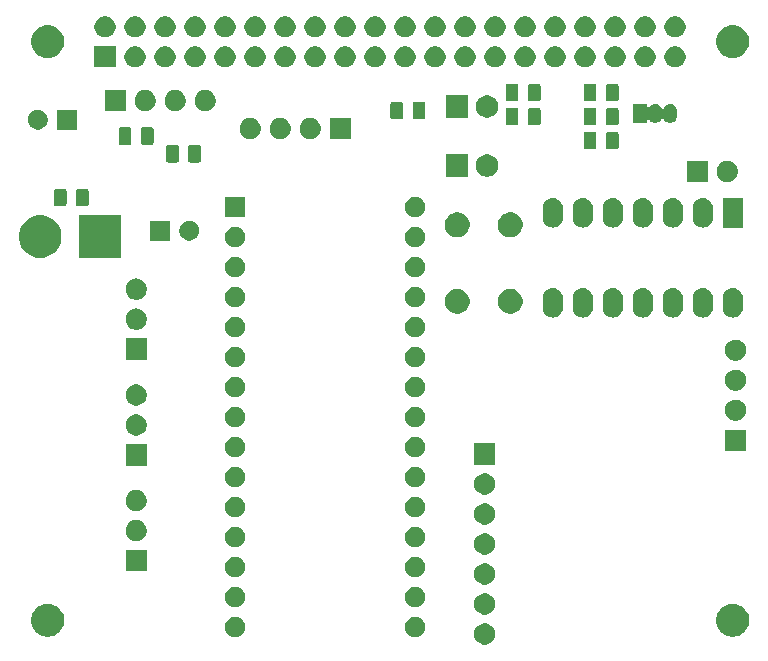
<source format=gbr>
G04 #@! TF.GenerationSoftware,KiCad,Pcbnew,5.1.5*
G04 #@! TF.CreationDate,2020-04-11T22:48:05+02:00*
G04 #@! TF.ProjectId,rc_car,72635f63-6172-42e6-9b69-6361645f7063,rev?*
G04 #@! TF.SameCoordinates,Original*
G04 #@! TF.FileFunction,Soldermask,Top*
G04 #@! TF.FilePolarity,Negative*
%FSLAX46Y46*%
G04 Gerber Fmt 4.6, Leading zero omitted, Abs format (unit mm)*
G04 Created by KiCad (PCBNEW 5.1.5) date 2020-04-11 22:48:05*
%MOMM*%
%LPD*%
G04 APERTURE LIST*
%ADD10C,0.100000*%
G04 APERTURE END LIST*
D10*
G36*
X140613512Y-96763927D02*
G01*
X140762812Y-96793624D01*
X140926784Y-96861544D01*
X141074354Y-96960147D01*
X141199853Y-97085646D01*
X141298456Y-97233216D01*
X141366376Y-97397188D01*
X141401000Y-97571259D01*
X141401000Y-97748741D01*
X141366376Y-97922812D01*
X141298456Y-98086784D01*
X141199853Y-98234354D01*
X141074354Y-98359853D01*
X140926784Y-98458456D01*
X140762812Y-98526376D01*
X140613512Y-98556073D01*
X140588742Y-98561000D01*
X140411258Y-98561000D01*
X140386488Y-98556073D01*
X140237188Y-98526376D01*
X140073216Y-98458456D01*
X139925646Y-98359853D01*
X139800147Y-98234354D01*
X139701544Y-98086784D01*
X139633624Y-97922812D01*
X139599000Y-97748741D01*
X139599000Y-97571259D01*
X139633624Y-97397188D01*
X139701544Y-97233216D01*
X139800147Y-97085646D01*
X139925646Y-96960147D01*
X140073216Y-96861544D01*
X140237188Y-96793624D01*
X140386488Y-96763927D01*
X140411258Y-96759000D01*
X140588742Y-96759000D01*
X140613512Y-96763927D01*
G37*
G36*
X134868228Y-96241703D02*
G01*
X135023100Y-96305853D01*
X135162481Y-96398985D01*
X135281015Y-96517519D01*
X135374147Y-96656900D01*
X135438297Y-96811772D01*
X135471000Y-96976184D01*
X135471000Y-97143816D01*
X135438297Y-97308228D01*
X135374147Y-97463100D01*
X135281015Y-97602481D01*
X135162481Y-97721015D01*
X135023100Y-97814147D01*
X134868228Y-97878297D01*
X134703816Y-97911000D01*
X134536184Y-97911000D01*
X134371772Y-97878297D01*
X134216900Y-97814147D01*
X134077519Y-97721015D01*
X133958985Y-97602481D01*
X133865853Y-97463100D01*
X133801703Y-97308228D01*
X133769000Y-97143816D01*
X133769000Y-96976184D01*
X133801703Y-96811772D01*
X133865853Y-96656900D01*
X133958985Y-96517519D01*
X134077519Y-96398985D01*
X134216900Y-96305853D01*
X134371772Y-96241703D01*
X134536184Y-96209000D01*
X134703816Y-96209000D01*
X134868228Y-96241703D01*
G37*
G36*
X119628228Y-96241703D02*
G01*
X119783100Y-96305853D01*
X119922481Y-96398985D01*
X120041015Y-96517519D01*
X120134147Y-96656900D01*
X120198297Y-96811772D01*
X120231000Y-96976184D01*
X120231000Y-97143816D01*
X120198297Y-97308228D01*
X120134147Y-97463100D01*
X120041015Y-97602481D01*
X119922481Y-97721015D01*
X119783100Y-97814147D01*
X119628228Y-97878297D01*
X119463816Y-97911000D01*
X119296184Y-97911000D01*
X119131772Y-97878297D01*
X118976900Y-97814147D01*
X118837519Y-97721015D01*
X118718985Y-97602481D01*
X118625853Y-97463100D01*
X118561703Y-97308228D01*
X118529000Y-97143816D01*
X118529000Y-96976184D01*
X118561703Y-96811772D01*
X118625853Y-96656900D01*
X118718985Y-96517519D01*
X118837519Y-96398985D01*
X118976900Y-96305853D01*
X119131772Y-96241703D01*
X119296184Y-96209000D01*
X119463816Y-96209000D01*
X119628228Y-96241703D01*
G37*
G36*
X103818433Y-95134893D02*
G01*
X103908657Y-95152839D01*
X103976679Y-95181015D01*
X104163621Y-95258449D01*
X104187116Y-95274148D01*
X104393086Y-95411772D01*
X104588228Y-95606914D01*
X104646653Y-95694354D01*
X104741551Y-95836379D01*
X104847161Y-96091344D01*
X104901000Y-96362012D01*
X104901000Y-96637988D01*
X104876929Y-96759000D01*
X104847161Y-96908657D01*
X104819190Y-96976184D01*
X104741551Y-97163621D01*
X104741550Y-97163622D01*
X104588228Y-97393086D01*
X104393086Y-97588228D01*
X104239763Y-97690675D01*
X104163621Y-97741551D01*
X104014267Y-97803415D01*
X103908657Y-97847161D01*
X103818433Y-97865107D01*
X103637988Y-97901000D01*
X103362012Y-97901000D01*
X103181567Y-97865107D01*
X103091343Y-97847161D01*
X102985733Y-97803415D01*
X102836379Y-97741551D01*
X102760237Y-97690675D01*
X102606914Y-97588228D01*
X102411772Y-97393086D01*
X102258450Y-97163622D01*
X102258449Y-97163621D01*
X102180810Y-96976184D01*
X102152839Y-96908657D01*
X102123071Y-96759000D01*
X102099000Y-96637988D01*
X102099000Y-96362012D01*
X102152839Y-96091344D01*
X102258449Y-95836379D01*
X102353347Y-95694354D01*
X102411772Y-95606914D01*
X102606914Y-95411772D01*
X102812884Y-95274148D01*
X102836379Y-95258449D01*
X103023321Y-95181015D01*
X103091343Y-95152839D01*
X103181567Y-95134893D01*
X103362012Y-95099000D01*
X103637988Y-95099000D01*
X103818433Y-95134893D01*
G37*
G36*
X161818433Y-95134893D02*
G01*
X161908657Y-95152839D01*
X161976679Y-95181015D01*
X162163621Y-95258449D01*
X162187116Y-95274148D01*
X162393086Y-95411772D01*
X162588228Y-95606914D01*
X162646653Y-95694354D01*
X162741551Y-95836379D01*
X162847161Y-96091344D01*
X162901000Y-96362012D01*
X162901000Y-96637988D01*
X162876929Y-96759000D01*
X162847161Y-96908657D01*
X162819190Y-96976184D01*
X162741551Y-97163621D01*
X162741550Y-97163622D01*
X162588228Y-97393086D01*
X162393086Y-97588228D01*
X162239763Y-97690675D01*
X162163621Y-97741551D01*
X162014267Y-97803415D01*
X161908657Y-97847161D01*
X161818433Y-97865107D01*
X161637988Y-97901000D01*
X161362012Y-97901000D01*
X161181567Y-97865107D01*
X161091343Y-97847161D01*
X160985733Y-97803415D01*
X160836379Y-97741551D01*
X160760237Y-97690675D01*
X160606914Y-97588228D01*
X160411772Y-97393086D01*
X160258450Y-97163622D01*
X160258449Y-97163621D01*
X160180810Y-96976184D01*
X160152839Y-96908657D01*
X160123071Y-96759000D01*
X160099000Y-96637988D01*
X160099000Y-96362012D01*
X160152839Y-96091344D01*
X160258449Y-95836379D01*
X160353347Y-95694354D01*
X160411772Y-95606914D01*
X160606914Y-95411772D01*
X160812884Y-95274148D01*
X160836379Y-95258449D01*
X161023321Y-95181015D01*
X161091343Y-95152839D01*
X161181567Y-95134893D01*
X161362012Y-95099000D01*
X161637988Y-95099000D01*
X161818433Y-95134893D01*
G37*
G36*
X140613512Y-94223927D02*
G01*
X140762812Y-94253624D01*
X140926784Y-94321544D01*
X141074354Y-94420147D01*
X141199853Y-94545646D01*
X141298456Y-94693216D01*
X141366376Y-94857188D01*
X141401000Y-95031259D01*
X141401000Y-95208741D01*
X141366376Y-95382812D01*
X141298456Y-95546784D01*
X141199853Y-95694354D01*
X141074354Y-95819853D01*
X140926784Y-95918456D01*
X140762812Y-95986376D01*
X140613512Y-96016073D01*
X140588742Y-96021000D01*
X140411258Y-96021000D01*
X140386488Y-96016073D01*
X140237188Y-95986376D01*
X140073216Y-95918456D01*
X139925646Y-95819853D01*
X139800147Y-95694354D01*
X139701544Y-95546784D01*
X139633624Y-95382812D01*
X139599000Y-95208741D01*
X139599000Y-95031259D01*
X139633624Y-94857188D01*
X139701544Y-94693216D01*
X139800147Y-94545646D01*
X139925646Y-94420147D01*
X140073216Y-94321544D01*
X140237188Y-94253624D01*
X140386488Y-94223927D01*
X140411258Y-94219000D01*
X140588742Y-94219000D01*
X140613512Y-94223927D01*
G37*
G36*
X134868228Y-93701703D02*
G01*
X135023100Y-93765853D01*
X135162481Y-93858985D01*
X135281015Y-93977519D01*
X135374147Y-94116900D01*
X135438297Y-94271772D01*
X135471000Y-94436184D01*
X135471000Y-94603816D01*
X135438297Y-94768228D01*
X135374147Y-94923100D01*
X135281015Y-95062481D01*
X135162481Y-95181015D01*
X135023100Y-95274147D01*
X134868228Y-95338297D01*
X134703816Y-95371000D01*
X134536184Y-95371000D01*
X134371772Y-95338297D01*
X134216900Y-95274147D01*
X134077519Y-95181015D01*
X133958985Y-95062481D01*
X133865853Y-94923100D01*
X133801703Y-94768228D01*
X133769000Y-94603816D01*
X133769000Y-94436184D01*
X133801703Y-94271772D01*
X133865853Y-94116900D01*
X133958985Y-93977519D01*
X134077519Y-93858985D01*
X134216900Y-93765853D01*
X134371772Y-93701703D01*
X134536184Y-93669000D01*
X134703816Y-93669000D01*
X134868228Y-93701703D01*
G37*
G36*
X119628228Y-93701703D02*
G01*
X119783100Y-93765853D01*
X119922481Y-93858985D01*
X120041015Y-93977519D01*
X120134147Y-94116900D01*
X120198297Y-94271772D01*
X120231000Y-94436184D01*
X120231000Y-94603816D01*
X120198297Y-94768228D01*
X120134147Y-94923100D01*
X120041015Y-95062481D01*
X119922481Y-95181015D01*
X119783100Y-95274147D01*
X119628228Y-95338297D01*
X119463816Y-95371000D01*
X119296184Y-95371000D01*
X119131772Y-95338297D01*
X118976900Y-95274147D01*
X118837519Y-95181015D01*
X118718985Y-95062481D01*
X118625853Y-94923100D01*
X118561703Y-94768228D01*
X118529000Y-94603816D01*
X118529000Y-94436184D01*
X118561703Y-94271772D01*
X118625853Y-94116900D01*
X118718985Y-93977519D01*
X118837519Y-93858985D01*
X118976900Y-93765853D01*
X119131772Y-93701703D01*
X119296184Y-93669000D01*
X119463816Y-93669000D01*
X119628228Y-93701703D01*
G37*
G36*
X140613512Y-91683927D02*
G01*
X140762812Y-91713624D01*
X140926784Y-91781544D01*
X141074354Y-91880147D01*
X141199853Y-92005646D01*
X141298456Y-92153216D01*
X141366376Y-92317188D01*
X141401000Y-92491259D01*
X141401000Y-92668741D01*
X141366376Y-92842812D01*
X141298456Y-93006784D01*
X141199853Y-93154354D01*
X141074354Y-93279853D01*
X140926784Y-93378456D01*
X140762812Y-93446376D01*
X140613512Y-93476073D01*
X140588742Y-93481000D01*
X140411258Y-93481000D01*
X140386488Y-93476073D01*
X140237188Y-93446376D01*
X140073216Y-93378456D01*
X139925646Y-93279853D01*
X139800147Y-93154354D01*
X139701544Y-93006784D01*
X139633624Y-92842812D01*
X139599000Y-92668741D01*
X139599000Y-92491259D01*
X139633624Y-92317188D01*
X139701544Y-92153216D01*
X139800147Y-92005646D01*
X139925646Y-91880147D01*
X140073216Y-91781544D01*
X140237188Y-91713624D01*
X140386488Y-91683927D01*
X140411258Y-91679000D01*
X140588742Y-91679000D01*
X140613512Y-91683927D01*
G37*
G36*
X119628228Y-91161703D02*
G01*
X119783100Y-91225853D01*
X119922481Y-91318985D01*
X120041015Y-91437519D01*
X120134147Y-91576900D01*
X120198297Y-91731772D01*
X120231000Y-91896184D01*
X120231000Y-92063816D01*
X120198297Y-92228228D01*
X120134147Y-92383100D01*
X120041015Y-92522481D01*
X119922481Y-92641015D01*
X119783100Y-92734147D01*
X119628228Y-92798297D01*
X119463816Y-92831000D01*
X119296184Y-92831000D01*
X119131772Y-92798297D01*
X118976900Y-92734147D01*
X118837519Y-92641015D01*
X118718985Y-92522481D01*
X118625853Y-92383100D01*
X118561703Y-92228228D01*
X118529000Y-92063816D01*
X118529000Y-91896184D01*
X118561703Y-91731772D01*
X118625853Y-91576900D01*
X118718985Y-91437519D01*
X118837519Y-91318985D01*
X118976900Y-91225853D01*
X119131772Y-91161703D01*
X119296184Y-91129000D01*
X119463816Y-91129000D01*
X119628228Y-91161703D01*
G37*
G36*
X134868228Y-91161703D02*
G01*
X135023100Y-91225853D01*
X135162481Y-91318985D01*
X135281015Y-91437519D01*
X135374147Y-91576900D01*
X135438297Y-91731772D01*
X135471000Y-91896184D01*
X135471000Y-92063816D01*
X135438297Y-92228228D01*
X135374147Y-92383100D01*
X135281015Y-92522481D01*
X135162481Y-92641015D01*
X135023100Y-92734147D01*
X134868228Y-92798297D01*
X134703816Y-92831000D01*
X134536184Y-92831000D01*
X134371772Y-92798297D01*
X134216900Y-92734147D01*
X134077519Y-92641015D01*
X133958985Y-92522481D01*
X133865853Y-92383100D01*
X133801703Y-92228228D01*
X133769000Y-92063816D01*
X133769000Y-91896184D01*
X133801703Y-91731772D01*
X133865853Y-91576900D01*
X133958985Y-91437519D01*
X134077519Y-91318985D01*
X134216900Y-91225853D01*
X134371772Y-91161703D01*
X134536184Y-91129000D01*
X134703816Y-91129000D01*
X134868228Y-91161703D01*
G37*
G36*
X111899000Y-92341000D02*
G01*
X110097000Y-92341000D01*
X110097000Y-90539000D01*
X111899000Y-90539000D01*
X111899000Y-92341000D01*
G37*
G36*
X140613512Y-89143927D02*
G01*
X140762812Y-89173624D01*
X140926784Y-89241544D01*
X141074354Y-89340147D01*
X141199853Y-89465646D01*
X141298456Y-89613216D01*
X141366376Y-89777188D01*
X141401000Y-89951259D01*
X141401000Y-90128741D01*
X141366376Y-90302812D01*
X141298456Y-90466784D01*
X141199853Y-90614354D01*
X141074354Y-90739853D01*
X140926784Y-90838456D01*
X140762812Y-90906376D01*
X140613512Y-90936073D01*
X140588742Y-90941000D01*
X140411258Y-90941000D01*
X140386488Y-90936073D01*
X140237188Y-90906376D01*
X140073216Y-90838456D01*
X139925646Y-90739853D01*
X139800147Y-90614354D01*
X139701544Y-90466784D01*
X139633624Y-90302812D01*
X139599000Y-90128741D01*
X139599000Y-89951259D01*
X139633624Y-89777188D01*
X139701544Y-89613216D01*
X139800147Y-89465646D01*
X139925646Y-89340147D01*
X140073216Y-89241544D01*
X140237188Y-89173624D01*
X140386488Y-89143927D01*
X140411258Y-89139000D01*
X140588742Y-89139000D01*
X140613512Y-89143927D01*
G37*
G36*
X119628228Y-88621703D02*
G01*
X119783100Y-88685853D01*
X119922481Y-88778985D01*
X120041015Y-88897519D01*
X120134147Y-89036900D01*
X120198297Y-89191772D01*
X120231000Y-89356184D01*
X120231000Y-89523816D01*
X120198297Y-89688228D01*
X120134147Y-89843100D01*
X120041015Y-89982481D01*
X119922481Y-90101015D01*
X119783100Y-90194147D01*
X119628228Y-90258297D01*
X119463816Y-90291000D01*
X119296184Y-90291000D01*
X119131772Y-90258297D01*
X118976900Y-90194147D01*
X118837519Y-90101015D01*
X118718985Y-89982481D01*
X118625853Y-89843100D01*
X118561703Y-89688228D01*
X118529000Y-89523816D01*
X118529000Y-89356184D01*
X118561703Y-89191772D01*
X118625853Y-89036900D01*
X118718985Y-88897519D01*
X118837519Y-88778985D01*
X118976900Y-88685853D01*
X119131772Y-88621703D01*
X119296184Y-88589000D01*
X119463816Y-88589000D01*
X119628228Y-88621703D01*
G37*
G36*
X134868228Y-88621703D02*
G01*
X135023100Y-88685853D01*
X135162481Y-88778985D01*
X135281015Y-88897519D01*
X135374147Y-89036900D01*
X135438297Y-89191772D01*
X135471000Y-89356184D01*
X135471000Y-89523816D01*
X135438297Y-89688228D01*
X135374147Y-89843100D01*
X135281015Y-89982481D01*
X135162481Y-90101015D01*
X135023100Y-90194147D01*
X134868228Y-90258297D01*
X134703816Y-90291000D01*
X134536184Y-90291000D01*
X134371772Y-90258297D01*
X134216900Y-90194147D01*
X134077519Y-90101015D01*
X133958985Y-89982481D01*
X133865853Y-89843100D01*
X133801703Y-89688228D01*
X133769000Y-89523816D01*
X133769000Y-89356184D01*
X133801703Y-89191772D01*
X133865853Y-89036900D01*
X133958985Y-88897519D01*
X134077519Y-88778985D01*
X134216900Y-88685853D01*
X134371772Y-88621703D01*
X134536184Y-88589000D01*
X134703816Y-88589000D01*
X134868228Y-88621703D01*
G37*
G36*
X111111512Y-88003927D02*
G01*
X111260812Y-88033624D01*
X111424784Y-88101544D01*
X111572354Y-88200147D01*
X111697853Y-88325646D01*
X111796456Y-88473216D01*
X111864376Y-88637188D01*
X111899000Y-88811259D01*
X111899000Y-88988741D01*
X111864376Y-89162812D01*
X111796456Y-89326784D01*
X111697853Y-89474354D01*
X111572354Y-89599853D01*
X111424784Y-89698456D01*
X111260812Y-89766376D01*
X111111512Y-89796073D01*
X111086742Y-89801000D01*
X110909258Y-89801000D01*
X110884488Y-89796073D01*
X110735188Y-89766376D01*
X110571216Y-89698456D01*
X110423646Y-89599853D01*
X110298147Y-89474354D01*
X110199544Y-89326784D01*
X110131624Y-89162812D01*
X110097000Y-88988741D01*
X110097000Y-88811259D01*
X110131624Y-88637188D01*
X110199544Y-88473216D01*
X110298147Y-88325646D01*
X110423646Y-88200147D01*
X110571216Y-88101544D01*
X110735188Y-88033624D01*
X110884488Y-88003927D01*
X110909258Y-87999000D01*
X111086742Y-87999000D01*
X111111512Y-88003927D01*
G37*
G36*
X140613512Y-86603927D02*
G01*
X140762812Y-86633624D01*
X140926784Y-86701544D01*
X141074354Y-86800147D01*
X141199853Y-86925646D01*
X141298456Y-87073216D01*
X141366376Y-87237188D01*
X141401000Y-87411259D01*
X141401000Y-87588741D01*
X141366376Y-87762812D01*
X141298456Y-87926784D01*
X141199853Y-88074354D01*
X141074354Y-88199853D01*
X140926784Y-88298456D01*
X140762812Y-88366376D01*
X140613512Y-88396073D01*
X140588742Y-88401000D01*
X140411258Y-88401000D01*
X140386488Y-88396073D01*
X140237188Y-88366376D01*
X140073216Y-88298456D01*
X139925646Y-88199853D01*
X139800147Y-88074354D01*
X139701544Y-87926784D01*
X139633624Y-87762812D01*
X139599000Y-87588741D01*
X139599000Y-87411259D01*
X139633624Y-87237188D01*
X139701544Y-87073216D01*
X139800147Y-86925646D01*
X139925646Y-86800147D01*
X140073216Y-86701544D01*
X140237188Y-86633624D01*
X140386488Y-86603927D01*
X140411258Y-86599000D01*
X140588742Y-86599000D01*
X140613512Y-86603927D01*
G37*
G36*
X119628228Y-86081703D02*
G01*
X119783100Y-86145853D01*
X119922481Y-86238985D01*
X120041015Y-86357519D01*
X120134147Y-86496900D01*
X120198297Y-86651772D01*
X120231000Y-86816184D01*
X120231000Y-86983816D01*
X120198297Y-87148228D01*
X120134147Y-87303100D01*
X120041015Y-87442481D01*
X119922481Y-87561015D01*
X119783100Y-87654147D01*
X119628228Y-87718297D01*
X119463816Y-87751000D01*
X119296184Y-87751000D01*
X119131772Y-87718297D01*
X118976900Y-87654147D01*
X118837519Y-87561015D01*
X118718985Y-87442481D01*
X118625853Y-87303100D01*
X118561703Y-87148228D01*
X118529000Y-86983816D01*
X118529000Y-86816184D01*
X118561703Y-86651772D01*
X118625853Y-86496900D01*
X118718985Y-86357519D01*
X118837519Y-86238985D01*
X118976900Y-86145853D01*
X119131772Y-86081703D01*
X119296184Y-86049000D01*
X119463816Y-86049000D01*
X119628228Y-86081703D01*
G37*
G36*
X134868228Y-86081703D02*
G01*
X135023100Y-86145853D01*
X135162481Y-86238985D01*
X135281015Y-86357519D01*
X135374147Y-86496900D01*
X135438297Y-86651772D01*
X135471000Y-86816184D01*
X135471000Y-86983816D01*
X135438297Y-87148228D01*
X135374147Y-87303100D01*
X135281015Y-87442481D01*
X135162481Y-87561015D01*
X135023100Y-87654147D01*
X134868228Y-87718297D01*
X134703816Y-87751000D01*
X134536184Y-87751000D01*
X134371772Y-87718297D01*
X134216900Y-87654147D01*
X134077519Y-87561015D01*
X133958985Y-87442481D01*
X133865853Y-87303100D01*
X133801703Y-87148228D01*
X133769000Y-86983816D01*
X133769000Y-86816184D01*
X133801703Y-86651772D01*
X133865853Y-86496900D01*
X133958985Y-86357519D01*
X134077519Y-86238985D01*
X134216900Y-86145853D01*
X134371772Y-86081703D01*
X134536184Y-86049000D01*
X134703816Y-86049000D01*
X134868228Y-86081703D01*
G37*
G36*
X111111512Y-85463927D02*
G01*
X111260812Y-85493624D01*
X111424784Y-85561544D01*
X111572354Y-85660147D01*
X111697853Y-85785646D01*
X111796456Y-85933216D01*
X111864376Y-86097188D01*
X111899000Y-86271259D01*
X111899000Y-86448741D01*
X111864376Y-86622812D01*
X111796456Y-86786784D01*
X111697853Y-86934354D01*
X111572354Y-87059853D01*
X111424784Y-87158456D01*
X111260812Y-87226376D01*
X111111512Y-87256073D01*
X111086742Y-87261000D01*
X110909258Y-87261000D01*
X110884488Y-87256073D01*
X110735188Y-87226376D01*
X110571216Y-87158456D01*
X110423646Y-87059853D01*
X110298147Y-86934354D01*
X110199544Y-86786784D01*
X110131624Y-86622812D01*
X110097000Y-86448741D01*
X110097000Y-86271259D01*
X110131624Y-86097188D01*
X110199544Y-85933216D01*
X110298147Y-85785646D01*
X110423646Y-85660147D01*
X110571216Y-85561544D01*
X110735188Y-85493624D01*
X110884488Y-85463927D01*
X110909258Y-85459000D01*
X111086742Y-85459000D01*
X111111512Y-85463927D01*
G37*
G36*
X140613512Y-84063927D02*
G01*
X140762812Y-84093624D01*
X140926784Y-84161544D01*
X141074354Y-84260147D01*
X141199853Y-84385646D01*
X141298456Y-84533216D01*
X141366376Y-84697188D01*
X141401000Y-84871259D01*
X141401000Y-85048741D01*
X141366376Y-85222812D01*
X141298456Y-85386784D01*
X141199853Y-85534354D01*
X141074354Y-85659853D01*
X140926784Y-85758456D01*
X140762812Y-85826376D01*
X140613512Y-85856073D01*
X140588742Y-85861000D01*
X140411258Y-85861000D01*
X140386488Y-85856073D01*
X140237188Y-85826376D01*
X140073216Y-85758456D01*
X139925646Y-85659853D01*
X139800147Y-85534354D01*
X139701544Y-85386784D01*
X139633624Y-85222812D01*
X139599000Y-85048741D01*
X139599000Y-84871259D01*
X139633624Y-84697188D01*
X139701544Y-84533216D01*
X139800147Y-84385646D01*
X139925646Y-84260147D01*
X140073216Y-84161544D01*
X140237188Y-84093624D01*
X140386488Y-84063927D01*
X140411258Y-84059000D01*
X140588742Y-84059000D01*
X140613512Y-84063927D01*
G37*
G36*
X134868228Y-83541703D02*
G01*
X135023100Y-83605853D01*
X135162481Y-83698985D01*
X135281015Y-83817519D01*
X135374147Y-83956900D01*
X135438297Y-84111772D01*
X135471000Y-84276184D01*
X135471000Y-84443816D01*
X135438297Y-84608228D01*
X135374147Y-84763100D01*
X135281015Y-84902481D01*
X135162481Y-85021015D01*
X135023100Y-85114147D01*
X134868228Y-85178297D01*
X134703816Y-85211000D01*
X134536184Y-85211000D01*
X134371772Y-85178297D01*
X134216900Y-85114147D01*
X134077519Y-85021015D01*
X133958985Y-84902481D01*
X133865853Y-84763100D01*
X133801703Y-84608228D01*
X133769000Y-84443816D01*
X133769000Y-84276184D01*
X133801703Y-84111772D01*
X133865853Y-83956900D01*
X133958985Y-83817519D01*
X134077519Y-83698985D01*
X134216900Y-83605853D01*
X134371772Y-83541703D01*
X134536184Y-83509000D01*
X134703816Y-83509000D01*
X134868228Y-83541703D01*
G37*
G36*
X119628228Y-83541703D02*
G01*
X119783100Y-83605853D01*
X119922481Y-83698985D01*
X120041015Y-83817519D01*
X120134147Y-83956900D01*
X120198297Y-84111772D01*
X120231000Y-84276184D01*
X120231000Y-84443816D01*
X120198297Y-84608228D01*
X120134147Y-84763100D01*
X120041015Y-84902481D01*
X119922481Y-85021015D01*
X119783100Y-85114147D01*
X119628228Y-85178297D01*
X119463816Y-85211000D01*
X119296184Y-85211000D01*
X119131772Y-85178297D01*
X118976900Y-85114147D01*
X118837519Y-85021015D01*
X118718985Y-84902481D01*
X118625853Y-84763100D01*
X118561703Y-84608228D01*
X118529000Y-84443816D01*
X118529000Y-84276184D01*
X118561703Y-84111772D01*
X118625853Y-83956900D01*
X118718985Y-83817519D01*
X118837519Y-83698985D01*
X118976900Y-83605853D01*
X119131772Y-83541703D01*
X119296184Y-83509000D01*
X119463816Y-83509000D01*
X119628228Y-83541703D01*
G37*
G36*
X111899000Y-83401000D02*
G01*
X110097000Y-83401000D01*
X110097000Y-81599000D01*
X111899000Y-81599000D01*
X111899000Y-83401000D01*
G37*
G36*
X141401000Y-83321000D02*
G01*
X139599000Y-83321000D01*
X139599000Y-81519000D01*
X141401000Y-81519000D01*
X141401000Y-83321000D01*
G37*
G36*
X119628228Y-81001703D02*
G01*
X119783100Y-81065853D01*
X119922481Y-81158985D01*
X120041015Y-81277519D01*
X120134147Y-81416900D01*
X120198297Y-81571772D01*
X120231000Y-81736184D01*
X120231000Y-81903816D01*
X120198297Y-82068228D01*
X120134147Y-82223100D01*
X120041015Y-82362481D01*
X119922481Y-82481015D01*
X119783100Y-82574147D01*
X119628228Y-82638297D01*
X119463816Y-82671000D01*
X119296184Y-82671000D01*
X119131772Y-82638297D01*
X118976900Y-82574147D01*
X118837519Y-82481015D01*
X118718985Y-82362481D01*
X118625853Y-82223100D01*
X118561703Y-82068228D01*
X118529000Y-81903816D01*
X118529000Y-81736184D01*
X118561703Y-81571772D01*
X118625853Y-81416900D01*
X118718985Y-81277519D01*
X118837519Y-81158985D01*
X118976900Y-81065853D01*
X119131772Y-81001703D01*
X119296184Y-80969000D01*
X119463816Y-80969000D01*
X119628228Y-81001703D01*
G37*
G36*
X134868228Y-81001703D02*
G01*
X135023100Y-81065853D01*
X135162481Y-81158985D01*
X135281015Y-81277519D01*
X135374147Y-81416900D01*
X135438297Y-81571772D01*
X135471000Y-81736184D01*
X135471000Y-81903816D01*
X135438297Y-82068228D01*
X135374147Y-82223100D01*
X135281015Y-82362481D01*
X135162481Y-82481015D01*
X135023100Y-82574147D01*
X134868228Y-82638297D01*
X134703816Y-82671000D01*
X134536184Y-82671000D01*
X134371772Y-82638297D01*
X134216900Y-82574147D01*
X134077519Y-82481015D01*
X133958985Y-82362481D01*
X133865853Y-82223100D01*
X133801703Y-82068228D01*
X133769000Y-81903816D01*
X133769000Y-81736184D01*
X133801703Y-81571772D01*
X133865853Y-81416900D01*
X133958985Y-81277519D01*
X134077519Y-81158985D01*
X134216900Y-81065853D01*
X134371772Y-81001703D01*
X134536184Y-80969000D01*
X134703816Y-80969000D01*
X134868228Y-81001703D01*
G37*
G36*
X162651000Y-82151000D02*
G01*
X160849000Y-82151000D01*
X160849000Y-80349000D01*
X162651000Y-80349000D01*
X162651000Y-82151000D01*
G37*
G36*
X111111512Y-79063927D02*
G01*
X111260812Y-79093624D01*
X111424784Y-79161544D01*
X111572354Y-79260147D01*
X111697853Y-79385646D01*
X111796456Y-79533216D01*
X111864376Y-79697188D01*
X111899000Y-79871259D01*
X111899000Y-80048741D01*
X111864376Y-80222812D01*
X111796456Y-80386784D01*
X111697853Y-80534354D01*
X111572354Y-80659853D01*
X111424784Y-80758456D01*
X111260812Y-80826376D01*
X111111512Y-80856073D01*
X111086742Y-80861000D01*
X110909258Y-80861000D01*
X110884488Y-80856073D01*
X110735188Y-80826376D01*
X110571216Y-80758456D01*
X110423646Y-80659853D01*
X110298147Y-80534354D01*
X110199544Y-80386784D01*
X110131624Y-80222812D01*
X110097000Y-80048741D01*
X110097000Y-79871259D01*
X110131624Y-79697188D01*
X110199544Y-79533216D01*
X110298147Y-79385646D01*
X110423646Y-79260147D01*
X110571216Y-79161544D01*
X110735188Y-79093624D01*
X110884488Y-79063927D01*
X110909258Y-79059000D01*
X111086742Y-79059000D01*
X111111512Y-79063927D01*
G37*
G36*
X119628228Y-78461703D02*
G01*
X119783100Y-78525853D01*
X119922481Y-78618985D01*
X120041015Y-78737519D01*
X120134147Y-78876900D01*
X120198297Y-79031772D01*
X120231000Y-79196184D01*
X120231000Y-79363816D01*
X120198297Y-79528228D01*
X120134147Y-79683100D01*
X120041015Y-79822481D01*
X119922481Y-79941015D01*
X119783100Y-80034147D01*
X119628228Y-80098297D01*
X119463816Y-80131000D01*
X119296184Y-80131000D01*
X119131772Y-80098297D01*
X118976900Y-80034147D01*
X118837519Y-79941015D01*
X118718985Y-79822481D01*
X118625853Y-79683100D01*
X118561703Y-79528228D01*
X118529000Y-79363816D01*
X118529000Y-79196184D01*
X118561703Y-79031772D01*
X118625853Y-78876900D01*
X118718985Y-78737519D01*
X118837519Y-78618985D01*
X118976900Y-78525853D01*
X119131772Y-78461703D01*
X119296184Y-78429000D01*
X119463816Y-78429000D01*
X119628228Y-78461703D01*
G37*
G36*
X134868228Y-78461703D02*
G01*
X135023100Y-78525853D01*
X135162481Y-78618985D01*
X135281015Y-78737519D01*
X135374147Y-78876900D01*
X135438297Y-79031772D01*
X135471000Y-79196184D01*
X135471000Y-79363816D01*
X135438297Y-79528228D01*
X135374147Y-79683100D01*
X135281015Y-79822481D01*
X135162481Y-79941015D01*
X135023100Y-80034147D01*
X134868228Y-80098297D01*
X134703816Y-80131000D01*
X134536184Y-80131000D01*
X134371772Y-80098297D01*
X134216900Y-80034147D01*
X134077519Y-79941015D01*
X133958985Y-79822481D01*
X133865853Y-79683100D01*
X133801703Y-79528228D01*
X133769000Y-79363816D01*
X133769000Y-79196184D01*
X133801703Y-79031772D01*
X133865853Y-78876900D01*
X133958985Y-78737519D01*
X134077519Y-78618985D01*
X134216900Y-78525853D01*
X134371772Y-78461703D01*
X134536184Y-78429000D01*
X134703816Y-78429000D01*
X134868228Y-78461703D01*
G37*
G36*
X161863512Y-77813927D02*
G01*
X162012812Y-77843624D01*
X162176784Y-77911544D01*
X162324354Y-78010147D01*
X162449853Y-78135646D01*
X162548456Y-78283216D01*
X162616376Y-78447188D01*
X162651000Y-78621259D01*
X162651000Y-78798741D01*
X162616376Y-78972812D01*
X162548456Y-79136784D01*
X162449853Y-79284354D01*
X162324354Y-79409853D01*
X162176784Y-79508456D01*
X162012812Y-79576376D01*
X161863512Y-79606073D01*
X161838742Y-79611000D01*
X161661258Y-79611000D01*
X161636488Y-79606073D01*
X161487188Y-79576376D01*
X161323216Y-79508456D01*
X161175646Y-79409853D01*
X161050147Y-79284354D01*
X160951544Y-79136784D01*
X160883624Y-78972812D01*
X160849000Y-78798741D01*
X160849000Y-78621259D01*
X160883624Y-78447188D01*
X160951544Y-78283216D01*
X161050147Y-78135646D01*
X161175646Y-78010147D01*
X161323216Y-77911544D01*
X161487188Y-77843624D01*
X161636488Y-77813927D01*
X161661258Y-77809000D01*
X161838742Y-77809000D01*
X161863512Y-77813927D01*
G37*
G36*
X111111512Y-76523927D02*
G01*
X111260812Y-76553624D01*
X111424784Y-76621544D01*
X111572354Y-76720147D01*
X111697853Y-76845646D01*
X111796456Y-76993216D01*
X111864376Y-77157188D01*
X111899000Y-77331259D01*
X111899000Y-77508741D01*
X111864376Y-77682812D01*
X111796456Y-77846784D01*
X111697853Y-77994354D01*
X111572354Y-78119853D01*
X111424784Y-78218456D01*
X111260812Y-78286376D01*
X111111512Y-78316073D01*
X111086742Y-78321000D01*
X110909258Y-78321000D01*
X110884488Y-78316073D01*
X110735188Y-78286376D01*
X110571216Y-78218456D01*
X110423646Y-78119853D01*
X110298147Y-77994354D01*
X110199544Y-77846784D01*
X110131624Y-77682812D01*
X110097000Y-77508741D01*
X110097000Y-77331259D01*
X110131624Y-77157188D01*
X110199544Y-76993216D01*
X110298147Y-76845646D01*
X110423646Y-76720147D01*
X110571216Y-76621544D01*
X110735188Y-76553624D01*
X110884488Y-76523927D01*
X110909258Y-76519000D01*
X111086742Y-76519000D01*
X111111512Y-76523927D01*
G37*
G36*
X134868228Y-75921703D02*
G01*
X135023100Y-75985853D01*
X135162481Y-76078985D01*
X135281015Y-76197519D01*
X135374147Y-76336900D01*
X135438297Y-76491772D01*
X135471000Y-76656184D01*
X135471000Y-76823816D01*
X135438297Y-76988228D01*
X135374147Y-77143100D01*
X135281015Y-77282481D01*
X135162481Y-77401015D01*
X135023100Y-77494147D01*
X134868228Y-77558297D01*
X134703816Y-77591000D01*
X134536184Y-77591000D01*
X134371772Y-77558297D01*
X134216900Y-77494147D01*
X134077519Y-77401015D01*
X133958985Y-77282481D01*
X133865853Y-77143100D01*
X133801703Y-76988228D01*
X133769000Y-76823816D01*
X133769000Y-76656184D01*
X133801703Y-76491772D01*
X133865853Y-76336900D01*
X133958985Y-76197519D01*
X134077519Y-76078985D01*
X134216900Y-75985853D01*
X134371772Y-75921703D01*
X134536184Y-75889000D01*
X134703816Y-75889000D01*
X134868228Y-75921703D01*
G37*
G36*
X119628228Y-75921703D02*
G01*
X119783100Y-75985853D01*
X119922481Y-76078985D01*
X120041015Y-76197519D01*
X120134147Y-76336900D01*
X120198297Y-76491772D01*
X120231000Y-76656184D01*
X120231000Y-76823816D01*
X120198297Y-76988228D01*
X120134147Y-77143100D01*
X120041015Y-77282481D01*
X119922481Y-77401015D01*
X119783100Y-77494147D01*
X119628228Y-77558297D01*
X119463816Y-77591000D01*
X119296184Y-77591000D01*
X119131772Y-77558297D01*
X118976900Y-77494147D01*
X118837519Y-77401015D01*
X118718985Y-77282481D01*
X118625853Y-77143100D01*
X118561703Y-76988228D01*
X118529000Y-76823816D01*
X118529000Y-76656184D01*
X118561703Y-76491772D01*
X118625853Y-76336900D01*
X118718985Y-76197519D01*
X118837519Y-76078985D01*
X118976900Y-75985853D01*
X119131772Y-75921703D01*
X119296184Y-75889000D01*
X119463816Y-75889000D01*
X119628228Y-75921703D01*
G37*
G36*
X161863512Y-75273927D02*
G01*
X162012812Y-75303624D01*
X162176784Y-75371544D01*
X162324354Y-75470147D01*
X162449853Y-75595646D01*
X162548456Y-75743216D01*
X162616376Y-75907188D01*
X162651000Y-76081259D01*
X162651000Y-76258741D01*
X162616376Y-76432812D01*
X162548456Y-76596784D01*
X162449853Y-76744354D01*
X162324354Y-76869853D01*
X162176784Y-76968456D01*
X162012812Y-77036376D01*
X161863512Y-77066073D01*
X161838742Y-77071000D01*
X161661258Y-77071000D01*
X161636488Y-77066073D01*
X161487188Y-77036376D01*
X161323216Y-76968456D01*
X161175646Y-76869853D01*
X161050147Y-76744354D01*
X160951544Y-76596784D01*
X160883624Y-76432812D01*
X160849000Y-76258741D01*
X160849000Y-76081259D01*
X160883624Y-75907188D01*
X160951544Y-75743216D01*
X161050147Y-75595646D01*
X161175646Y-75470147D01*
X161323216Y-75371544D01*
X161487188Y-75303624D01*
X161636488Y-75273927D01*
X161661258Y-75269000D01*
X161838742Y-75269000D01*
X161863512Y-75273927D01*
G37*
G36*
X119628228Y-73381703D02*
G01*
X119783100Y-73445853D01*
X119922481Y-73538985D01*
X120041015Y-73657519D01*
X120134147Y-73796900D01*
X120198297Y-73951772D01*
X120231000Y-74116184D01*
X120231000Y-74283816D01*
X120198297Y-74448228D01*
X120134147Y-74603100D01*
X120041015Y-74742481D01*
X119922481Y-74861015D01*
X119783100Y-74954147D01*
X119628228Y-75018297D01*
X119463816Y-75051000D01*
X119296184Y-75051000D01*
X119131772Y-75018297D01*
X118976900Y-74954147D01*
X118837519Y-74861015D01*
X118718985Y-74742481D01*
X118625853Y-74603100D01*
X118561703Y-74448228D01*
X118529000Y-74283816D01*
X118529000Y-74116184D01*
X118561703Y-73951772D01*
X118625853Y-73796900D01*
X118718985Y-73657519D01*
X118837519Y-73538985D01*
X118976900Y-73445853D01*
X119131772Y-73381703D01*
X119296184Y-73349000D01*
X119463816Y-73349000D01*
X119628228Y-73381703D01*
G37*
G36*
X134868228Y-73381703D02*
G01*
X135023100Y-73445853D01*
X135162481Y-73538985D01*
X135281015Y-73657519D01*
X135374147Y-73796900D01*
X135438297Y-73951772D01*
X135471000Y-74116184D01*
X135471000Y-74283816D01*
X135438297Y-74448228D01*
X135374147Y-74603100D01*
X135281015Y-74742481D01*
X135162481Y-74861015D01*
X135023100Y-74954147D01*
X134868228Y-75018297D01*
X134703816Y-75051000D01*
X134536184Y-75051000D01*
X134371772Y-75018297D01*
X134216900Y-74954147D01*
X134077519Y-74861015D01*
X133958985Y-74742481D01*
X133865853Y-74603100D01*
X133801703Y-74448228D01*
X133769000Y-74283816D01*
X133769000Y-74116184D01*
X133801703Y-73951772D01*
X133865853Y-73796900D01*
X133958985Y-73657519D01*
X134077519Y-73538985D01*
X134216900Y-73445853D01*
X134371772Y-73381703D01*
X134536184Y-73349000D01*
X134703816Y-73349000D01*
X134868228Y-73381703D01*
G37*
G36*
X161863512Y-72733927D02*
G01*
X162012812Y-72763624D01*
X162176784Y-72831544D01*
X162324354Y-72930147D01*
X162449853Y-73055646D01*
X162548456Y-73203216D01*
X162616376Y-73367188D01*
X162651000Y-73541259D01*
X162651000Y-73718741D01*
X162616376Y-73892812D01*
X162548456Y-74056784D01*
X162449853Y-74204354D01*
X162324354Y-74329853D01*
X162176784Y-74428456D01*
X162012812Y-74496376D01*
X161863512Y-74526073D01*
X161838742Y-74531000D01*
X161661258Y-74531000D01*
X161636488Y-74526073D01*
X161487188Y-74496376D01*
X161323216Y-74428456D01*
X161175646Y-74329853D01*
X161050147Y-74204354D01*
X160951544Y-74056784D01*
X160883624Y-73892812D01*
X160849000Y-73718741D01*
X160849000Y-73541259D01*
X160883624Y-73367188D01*
X160951544Y-73203216D01*
X161050147Y-73055646D01*
X161175646Y-72930147D01*
X161323216Y-72831544D01*
X161487188Y-72763624D01*
X161636488Y-72733927D01*
X161661258Y-72729000D01*
X161838742Y-72729000D01*
X161863512Y-72733927D01*
G37*
G36*
X111901000Y-74441000D02*
G01*
X110099000Y-74441000D01*
X110099000Y-72639000D01*
X111901000Y-72639000D01*
X111901000Y-74441000D01*
G37*
G36*
X134868228Y-70841703D02*
G01*
X135023100Y-70905853D01*
X135162481Y-70998985D01*
X135281015Y-71117519D01*
X135374147Y-71256900D01*
X135438297Y-71411772D01*
X135471000Y-71576184D01*
X135471000Y-71743816D01*
X135438297Y-71908228D01*
X135374147Y-72063100D01*
X135281015Y-72202481D01*
X135162481Y-72321015D01*
X135023100Y-72414147D01*
X134868228Y-72478297D01*
X134703816Y-72511000D01*
X134536184Y-72511000D01*
X134371772Y-72478297D01*
X134216900Y-72414147D01*
X134077519Y-72321015D01*
X133958985Y-72202481D01*
X133865853Y-72063100D01*
X133801703Y-71908228D01*
X133769000Y-71743816D01*
X133769000Y-71576184D01*
X133801703Y-71411772D01*
X133865853Y-71256900D01*
X133958985Y-71117519D01*
X134077519Y-70998985D01*
X134216900Y-70905853D01*
X134371772Y-70841703D01*
X134536184Y-70809000D01*
X134703816Y-70809000D01*
X134868228Y-70841703D01*
G37*
G36*
X119628228Y-70841703D02*
G01*
X119783100Y-70905853D01*
X119922481Y-70998985D01*
X120041015Y-71117519D01*
X120134147Y-71256900D01*
X120198297Y-71411772D01*
X120231000Y-71576184D01*
X120231000Y-71743816D01*
X120198297Y-71908228D01*
X120134147Y-72063100D01*
X120041015Y-72202481D01*
X119922481Y-72321015D01*
X119783100Y-72414147D01*
X119628228Y-72478297D01*
X119463816Y-72511000D01*
X119296184Y-72511000D01*
X119131772Y-72478297D01*
X118976900Y-72414147D01*
X118837519Y-72321015D01*
X118718985Y-72202481D01*
X118625853Y-72063100D01*
X118561703Y-71908228D01*
X118529000Y-71743816D01*
X118529000Y-71576184D01*
X118561703Y-71411772D01*
X118625853Y-71256900D01*
X118718985Y-71117519D01*
X118837519Y-70998985D01*
X118976900Y-70905853D01*
X119131772Y-70841703D01*
X119296184Y-70809000D01*
X119463816Y-70809000D01*
X119628228Y-70841703D01*
G37*
G36*
X111113512Y-70103927D02*
G01*
X111262812Y-70133624D01*
X111426784Y-70201544D01*
X111574354Y-70300147D01*
X111699853Y-70425646D01*
X111798456Y-70573216D01*
X111866376Y-70737188D01*
X111901000Y-70911259D01*
X111901000Y-71088741D01*
X111866376Y-71262812D01*
X111798456Y-71426784D01*
X111699853Y-71574354D01*
X111574354Y-71699853D01*
X111426784Y-71798456D01*
X111262812Y-71866376D01*
X111113512Y-71896073D01*
X111088742Y-71901000D01*
X110911258Y-71901000D01*
X110886488Y-71896073D01*
X110737188Y-71866376D01*
X110573216Y-71798456D01*
X110425646Y-71699853D01*
X110300147Y-71574354D01*
X110201544Y-71426784D01*
X110133624Y-71262812D01*
X110099000Y-71088741D01*
X110099000Y-70911259D01*
X110133624Y-70737188D01*
X110201544Y-70573216D01*
X110300147Y-70425646D01*
X110425646Y-70300147D01*
X110573216Y-70201544D01*
X110737188Y-70133624D01*
X110886488Y-70103927D01*
X110911258Y-70099000D01*
X111088742Y-70099000D01*
X111113512Y-70103927D01*
G37*
G36*
X148966823Y-68381313D02*
G01*
X149127242Y-68429976D01*
X149259906Y-68500886D01*
X149275078Y-68508996D01*
X149404659Y-68615341D01*
X149511004Y-68744922D01*
X149511005Y-68744924D01*
X149590024Y-68892758D01*
X149638687Y-69053178D01*
X149651000Y-69178197D01*
X149651000Y-70061804D01*
X149638687Y-70186823D01*
X149590024Y-70347242D01*
X149519114Y-70479906D01*
X149511004Y-70495078D01*
X149446877Y-70573216D01*
X149404659Y-70624659D01*
X149275077Y-70731005D01*
X149127241Y-70810024D01*
X148966822Y-70858687D01*
X148800000Y-70875117D01*
X148633177Y-70858687D01*
X148472758Y-70810024D01*
X148324924Y-70731005D01*
X148324922Y-70731004D01*
X148195341Y-70624659D01*
X148088995Y-70495077D01*
X148009976Y-70347241D01*
X147961313Y-70186822D01*
X147949000Y-70061803D01*
X147949000Y-69178197D01*
X147961314Y-69053177D01*
X148009977Y-68892758D01*
X148088996Y-68744924D01*
X148088997Y-68744922D01*
X148195342Y-68615341D01*
X148324923Y-68508996D01*
X148340095Y-68500886D01*
X148472759Y-68429976D01*
X148633178Y-68381313D01*
X148800000Y-68364883D01*
X148966823Y-68381313D01*
G37*
G36*
X146426823Y-68381313D02*
G01*
X146587242Y-68429976D01*
X146719906Y-68500886D01*
X146735078Y-68508996D01*
X146864659Y-68615341D01*
X146971004Y-68744922D01*
X146971005Y-68744924D01*
X147050024Y-68892758D01*
X147098687Y-69053178D01*
X147111000Y-69178197D01*
X147111000Y-70061804D01*
X147098687Y-70186823D01*
X147050024Y-70347242D01*
X146979114Y-70479906D01*
X146971004Y-70495078D01*
X146906877Y-70573216D01*
X146864659Y-70624659D01*
X146735077Y-70731005D01*
X146587241Y-70810024D01*
X146426822Y-70858687D01*
X146260000Y-70875117D01*
X146093177Y-70858687D01*
X145932758Y-70810024D01*
X145784924Y-70731005D01*
X145784922Y-70731004D01*
X145655341Y-70624659D01*
X145548995Y-70495077D01*
X145469976Y-70347241D01*
X145421313Y-70186822D01*
X145409000Y-70061803D01*
X145409000Y-69178197D01*
X145421314Y-69053177D01*
X145469977Y-68892758D01*
X145548996Y-68744924D01*
X145548997Y-68744922D01*
X145655342Y-68615341D01*
X145784923Y-68508996D01*
X145800095Y-68500886D01*
X145932759Y-68429976D01*
X146093178Y-68381313D01*
X146260000Y-68364883D01*
X146426823Y-68381313D01*
G37*
G36*
X151506823Y-68381313D02*
G01*
X151667242Y-68429976D01*
X151799906Y-68500886D01*
X151815078Y-68508996D01*
X151944659Y-68615341D01*
X152051004Y-68744922D01*
X152051005Y-68744924D01*
X152130024Y-68892758D01*
X152178687Y-69053178D01*
X152191000Y-69178197D01*
X152191000Y-70061804D01*
X152178687Y-70186823D01*
X152130024Y-70347242D01*
X152059114Y-70479906D01*
X152051004Y-70495078D01*
X151986877Y-70573216D01*
X151944659Y-70624659D01*
X151815077Y-70731005D01*
X151667241Y-70810024D01*
X151506822Y-70858687D01*
X151340000Y-70875117D01*
X151173177Y-70858687D01*
X151012758Y-70810024D01*
X150864924Y-70731005D01*
X150864922Y-70731004D01*
X150735341Y-70624659D01*
X150628995Y-70495077D01*
X150549976Y-70347241D01*
X150501313Y-70186822D01*
X150489000Y-70061803D01*
X150489000Y-69178197D01*
X150501314Y-69053177D01*
X150549977Y-68892758D01*
X150628996Y-68744924D01*
X150628997Y-68744922D01*
X150735342Y-68615341D01*
X150864923Y-68508996D01*
X150880095Y-68500886D01*
X151012759Y-68429976D01*
X151173178Y-68381313D01*
X151340000Y-68364883D01*
X151506823Y-68381313D01*
G37*
G36*
X154046823Y-68381313D02*
G01*
X154207242Y-68429976D01*
X154339906Y-68500886D01*
X154355078Y-68508996D01*
X154484659Y-68615341D01*
X154591004Y-68744922D01*
X154591005Y-68744924D01*
X154670024Y-68892758D01*
X154718687Y-69053178D01*
X154731000Y-69178197D01*
X154731000Y-70061804D01*
X154718687Y-70186823D01*
X154670024Y-70347242D01*
X154599114Y-70479906D01*
X154591004Y-70495078D01*
X154526877Y-70573216D01*
X154484659Y-70624659D01*
X154355077Y-70731005D01*
X154207241Y-70810024D01*
X154046822Y-70858687D01*
X153880000Y-70875117D01*
X153713177Y-70858687D01*
X153552758Y-70810024D01*
X153404924Y-70731005D01*
X153404922Y-70731004D01*
X153275341Y-70624659D01*
X153168995Y-70495077D01*
X153089976Y-70347241D01*
X153041313Y-70186822D01*
X153029000Y-70061803D01*
X153029000Y-69178197D01*
X153041314Y-69053177D01*
X153089977Y-68892758D01*
X153168996Y-68744924D01*
X153168997Y-68744922D01*
X153275342Y-68615341D01*
X153404923Y-68508996D01*
X153420095Y-68500886D01*
X153552759Y-68429976D01*
X153713178Y-68381313D01*
X153880000Y-68364883D01*
X154046823Y-68381313D01*
G37*
G36*
X156586823Y-68381313D02*
G01*
X156747242Y-68429976D01*
X156879906Y-68500886D01*
X156895078Y-68508996D01*
X157024659Y-68615341D01*
X157131004Y-68744922D01*
X157131005Y-68744924D01*
X157210024Y-68892758D01*
X157258687Y-69053178D01*
X157271000Y-69178197D01*
X157271000Y-70061804D01*
X157258687Y-70186823D01*
X157210024Y-70347242D01*
X157139114Y-70479906D01*
X157131004Y-70495078D01*
X157066877Y-70573216D01*
X157024659Y-70624659D01*
X156895077Y-70731005D01*
X156747241Y-70810024D01*
X156586822Y-70858687D01*
X156420000Y-70875117D01*
X156253177Y-70858687D01*
X156092758Y-70810024D01*
X155944924Y-70731005D01*
X155944922Y-70731004D01*
X155815341Y-70624659D01*
X155708995Y-70495077D01*
X155629976Y-70347241D01*
X155581313Y-70186822D01*
X155569000Y-70061803D01*
X155569000Y-69178197D01*
X155581314Y-69053177D01*
X155629977Y-68892758D01*
X155708996Y-68744924D01*
X155708997Y-68744922D01*
X155815342Y-68615341D01*
X155944923Y-68508996D01*
X155960095Y-68500886D01*
X156092759Y-68429976D01*
X156253178Y-68381313D01*
X156420000Y-68364883D01*
X156586823Y-68381313D01*
G37*
G36*
X159126823Y-68381313D02*
G01*
X159287242Y-68429976D01*
X159419906Y-68500886D01*
X159435078Y-68508996D01*
X159564659Y-68615341D01*
X159671004Y-68744922D01*
X159671005Y-68744924D01*
X159750024Y-68892758D01*
X159798687Y-69053178D01*
X159811000Y-69178197D01*
X159811000Y-70061804D01*
X159798687Y-70186823D01*
X159750024Y-70347242D01*
X159679114Y-70479906D01*
X159671004Y-70495078D01*
X159606877Y-70573216D01*
X159564659Y-70624659D01*
X159435077Y-70731005D01*
X159287241Y-70810024D01*
X159126822Y-70858687D01*
X158960000Y-70875117D01*
X158793177Y-70858687D01*
X158632758Y-70810024D01*
X158484924Y-70731005D01*
X158484922Y-70731004D01*
X158355341Y-70624659D01*
X158248995Y-70495077D01*
X158169976Y-70347241D01*
X158121313Y-70186822D01*
X158109000Y-70061803D01*
X158109000Y-69178197D01*
X158121314Y-69053177D01*
X158169977Y-68892758D01*
X158248996Y-68744924D01*
X158248997Y-68744922D01*
X158355342Y-68615341D01*
X158484923Y-68508996D01*
X158500095Y-68500886D01*
X158632759Y-68429976D01*
X158793178Y-68381313D01*
X158960000Y-68364883D01*
X159126823Y-68381313D01*
G37*
G36*
X161666823Y-68381313D02*
G01*
X161827242Y-68429976D01*
X161959906Y-68500886D01*
X161975078Y-68508996D01*
X162104659Y-68615341D01*
X162211004Y-68744922D01*
X162211005Y-68744924D01*
X162290024Y-68892758D01*
X162338687Y-69053178D01*
X162351000Y-69178197D01*
X162351000Y-70061804D01*
X162338687Y-70186823D01*
X162290024Y-70347242D01*
X162219114Y-70479906D01*
X162211004Y-70495078D01*
X162146877Y-70573216D01*
X162104659Y-70624659D01*
X161975077Y-70731005D01*
X161827241Y-70810024D01*
X161666822Y-70858687D01*
X161500000Y-70875117D01*
X161333177Y-70858687D01*
X161172758Y-70810024D01*
X161024924Y-70731005D01*
X161024922Y-70731004D01*
X160895341Y-70624659D01*
X160788995Y-70495077D01*
X160709976Y-70347241D01*
X160661313Y-70186822D01*
X160649000Y-70061803D01*
X160649000Y-69178197D01*
X160661314Y-69053177D01*
X160709977Y-68892758D01*
X160788996Y-68744924D01*
X160788997Y-68744922D01*
X160895342Y-68615341D01*
X161024923Y-68508996D01*
X161040095Y-68500886D01*
X161172759Y-68429976D01*
X161333178Y-68381313D01*
X161500000Y-68364883D01*
X161666823Y-68381313D01*
G37*
G36*
X142982564Y-68489389D02*
G01*
X143125855Y-68548742D01*
X143173835Y-68568616D01*
X143345973Y-68683635D01*
X143492365Y-68830027D01*
X143534283Y-68892761D01*
X143607385Y-69002167D01*
X143686611Y-69193436D01*
X143727000Y-69396484D01*
X143727000Y-69603516D01*
X143686611Y-69806564D01*
X143607385Y-69997833D01*
X143607384Y-69997835D01*
X143492365Y-70169973D01*
X143345973Y-70316365D01*
X143173835Y-70431384D01*
X143173834Y-70431385D01*
X143173833Y-70431385D01*
X142982564Y-70510611D01*
X142779516Y-70551000D01*
X142572484Y-70551000D01*
X142369436Y-70510611D01*
X142178167Y-70431385D01*
X142178166Y-70431385D01*
X142178165Y-70431384D01*
X142006027Y-70316365D01*
X141859635Y-70169973D01*
X141744616Y-69997835D01*
X141744615Y-69997833D01*
X141665389Y-69806564D01*
X141625000Y-69603516D01*
X141625000Y-69396484D01*
X141665389Y-69193436D01*
X141744615Y-69002167D01*
X141817718Y-68892761D01*
X141859635Y-68830027D01*
X142006027Y-68683635D01*
X142178165Y-68568616D01*
X142226145Y-68548742D01*
X142369436Y-68489389D01*
X142572484Y-68449000D01*
X142779516Y-68449000D01*
X142982564Y-68489389D01*
G37*
G36*
X138482564Y-68489389D02*
G01*
X138625855Y-68548742D01*
X138673835Y-68568616D01*
X138845973Y-68683635D01*
X138992365Y-68830027D01*
X139034283Y-68892761D01*
X139107385Y-69002167D01*
X139186611Y-69193436D01*
X139227000Y-69396484D01*
X139227000Y-69603516D01*
X139186611Y-69806564D01*
X139107385Y-69997833D01*
X139107384Y-69997835D01*
X138992365Y-70169973D01*
X138845973Y-70316365D01*
X138673835Y-70431384D01*
X138673834Y-70431385D01*
X138673833Y-70431385D01*
X138482564Y-70510611D01*
X138279516Y-70551000D01*
X138072484Y-70551000D01*
X137869436Y-70510611D01*
X137678167Y-70431385D01*
X137678166Y-70431385D01*
X137678165Y-70431384D01*
X137506027Y-70316365D01*
X137359635Y-70169973D01*
X137244616Y-69997835D01*
X137244615Y-69997833D01*
X137165389Y-69806564D01*
X137125000Y-69603516D01*
X137125000Y-69396484D01*
X137165389Y-69193436D01*
X137244615Y-69002167D01*
X137317718Y-68892761D01*
X137359635Y-68830027D01*
X137506027Y-68683635D01*
X137678165Y-68568616D01*
X137726145Y-68548742D01*
X137869436Y-68489389D01*
X138072484Y-68449000D01*
X138279516Y-68449000D01*
X138482564Y-68489389D01*
G37*
G36*
X119628228Y-68301703D02*
G01*
X119783100Y-68365853D01*
X119922481Y-68458985D01*
X120041015Y-68577519D01*
X120134147Y-68716900D01*
X120198297Y-68871772D01*
X120231000Y-69036184D01*
X120231000Y-69203816D01*
X120198297Y-69368228D01*
X120134147Y-69523100D01*
X120041015Y-69662481D01*
X119922481Y-69781015D01*
X119783100Y-69874147D01*
X119628228Y-69938297D01*
X119463816Y-69971000D01*
X119296184Y-69971000D01*
X119131772Y-69938297D01*
X118976900Y-69874147D01*
X118837519Y-69781015D01*
X118718985Y-69662481D01*
X118625853Y-69523100D01*
X118561703Y-69368228D01*
X118529000Y-69203816D01*
X118529000Y-69036184D01*
X118561703Y-68871772D01*
X118625853Y-68716900D01*
X118718985Y-68577519D01*
X118837519Y-68458985D01*
X118976900Y-68365853D01*
X119131772Y-68301703D01*
X119296184Y-68269000D01*
X119463816Y-68269000D01*
X119628228Y-68301703D01*
G37*
G36*
X134868228Y-68301703D02*
G01*
X135023100Y-68365853D01*
X135162481Y-68458985D01*
X135281015Y-68577519D01*
X135374147Y-68716900D01*
X135438297Y-68871772D01*
X135471000Y-69036184D01*
X135471000Y-69203816D01*
X135438297Y-69368228D01*
X135374147Y-69523100D01*
X135281015Y-69662481D01*
X135162481Y-69781015D01*
X135023100Y-69874147D01*
X134868228Y-69938297D01*
X134703816Y-69971000D01*
X134536184Y-69971000D01*
X134371772Y-69938297D01*
X134216900Y-69874147D01*
X134077519Y-69781015D01*
X133958985Y-69662481D01*
X133865853Y-69523100D01*
X133801703Y-69368228D01*
X133769000Y-69203816D01*
X133769000Y-69036184D01*
X133801703Y-68871772D01*
X133865853Y-68716900D01*
X133958985Y-68577519D01*
X134077519Y-68458985D01*
X134216900Y-68365853D01*
X134371772Y-68301703D01*
X134536184Y-68269000D01*
X134703816Y-68269000D01*
X134868228Y-68301703D01*
G37*
G36*
X111113512Y-67563927D02*
G01*
X111262812Y-67593624D01*
X111426784Y-67661544D01*
X111574354Y-67760147D01*
X111699853Y-67885646D01*
X111798456Y-68033216D01*
X111866376Y-68197188D01*
X111901000Y-68371259D01*
X111901000Y-68548741D01*
X111866376Y-68722812D01*
X111798456Y-68886784D01*
X111699853Y-69034354D01*
X111574354Y-69159853D01*
X111426784Y-69258456D01*
X111262812Y-69326376D01*
X111113512Y-69356073D01*
X111088742Y-69361000D01*
X110911258Y-69361000D01*
X110886488Y-69356073D01*
X110737188Y-69326376D01*
X110573216Y-69258456D01*
X110425646Y-69159853D01*
X110300147Y-69034354D01*
X110201544Y-68886784D01*
X110133624Y-68722812D01*
X110099000Y-68548741D01*
X110099000Y-68371259D01*
X110133624Y-68197188D01*
X110201544Y-68033216D01*
X110300147Y-67885646D01*
X110425646Y-67760147D01*
X110573216Y-67661544D01*
X110737188Y-67593624D01*
X110886488Y-67563927D01*
X110911258Y-67559000D01*
X111088742Y-67559000D01*
X111113512Y-67563927D01*
G37*
G36*
X134868228Y-65761703D02*
G01*
X135023100Y-65825853D01*
X135162481Y-65918985D01*
X135281015Y-66037519D01*
X135374147Y-66176900D01*
X135438297Y-66331772D01*
X135471000Y-66496184D01*
X135471000Y-66663816D01*
X135438297Y-66828228D01*
X135374147Y-66983100D01*
X135281015Y-67122481D01*
X135162481Y-67241015D01*
X135023100Y-67334147D01*
X134868228Y-67398297D01*
X134703816Y-67431000D01*
X134536184Y-67431000D01*
X134371772Y-67398297D01*
X134216900Y-67334147D01*
X134077519Y-67241015D01*
X133958985Y-67122481D01*
X133865853Y-66983100D01*
X133801703Y-66828228D01*
X133769000Y-66663816D01*
X133769000Y-66496184D01*
X133801703Y-66331772D01*
X133865853Y-66176900D01*
X133958985Y-66037519D01*
X134077519Y-65918985D01*
X134216900Y-65825853D01*
X134371772Y-65761703D01*
X134536184Y-65729000D01*
X134703816Y-65729000D01*
X134868228Y-65761703D01*
G37*
G36*
X119628228Y-65761703D02*
G01*
X119783100Y-65825853D01*
X119922481Y-65918985D01*
X120041015Y-66037519D01*
X120134147Y-66176900D01*
X120198297Y-66331772D01*
X120231000Y-66496184D01*
X120231000Y-66663816D01*
X120198297Y-66828228D01*
X120134147Y-66983100D01*
X120041015Y-67122481D01*
X119922481Y-67241015D01*
X119783100Y-67334147D01*
X119628228Y-67398297D01*
X119463816Y-67431000D01*
X119296184Y-67431000D01*
X119131772Y-67398297D01*
X118976900Y-67334147D01*
X118837519Y-67241015D01*
X118718985Y-67122481D01*
X118625853Y-66983100D01*
X118561703Y-66828228D01*
X118529000Y-66663816D01*
X118529000Y-66496184D01*
X118561703Y-66331772D01*
X118625853Y-66176900D01*
X118718985Y-66037519D01*
X118837519Y-65918985D01*
X118976900Y-65825853D01*
X119131772Y-65761703D01*
X119296184Y-65729000D01*
X119463816Y-65729000D01*
X119628228Y-65761703D01*
G37*
G36*
X109751060Y-65809060D02*
G01*
X106148940Y-65809060D01*
X106148940Y-62206940D01*
X109751060Y-62206940D01*
X109751060Y-65809060D01*
G37*
G36*
X103096905Y-62216789D02*
G01*
X103395350Y-62276153D01*
X103723122Y-62411921D01*
X104018109Y-62609025D01*
X104268975Y-62859891D01*
X104466079Y-63154878D01*
X104601847Y-63482650D01*
X104671060Y-63830611D01*
X104671060Y-64185389D01*
X104601847Y-64533350D01*
X104466079Y-64861122D01*
X104268975Y-65156109D01*
X104018109Y-65406975D01*
X103723122Y-65604079D01*
X103395350Y-65739847D01*
X103096905Y-65799211D01*
X103047390Y-65809060D01*
X102692610Y-65809060D01*
X102643095Y-65799211D01*
X102344650Y-65739847D01*
X102016878Y-65604079D01*
X101721891Y-65406975D01*
X101471025Y-65156109D01*
X101273921Y-64861122D01*
X101138153Y-64533350D01*
X101068940Y-64185389D01*
X101068940Y-63830611D01*
X101138153Y-63482650D01*
X101273921Y-63154878D01*
X101471025Y-62859891D01*
X101721891Y-62609025D01*
X102016878Y-62411921D01*
X102344650Y-62276153D01*
X102643095Y-62216789D01*
X102692610Y-62206940D01*
X103047390Y-62206940D01*
X103096905Y-62216789D01*
G37*
G36*
X119628228Y-63221703D02*
G01*
X119783100Y-63285853D01*
X119922481Y-63378985D01*
X120041015Y-63497519D01*
X120134147Y-63636900D01*
X120198297Y-63791772D01*
X120231000Y-63956184D01*
X120231000Y-64123816D01*
X120198297Y-64288228D01*
X120134147Y-64443100D01*
X120041015Y-64582481D01*
X119922481Y-64701015D01*
X119783100Y-64794147D01*
X119628228Y-64858297D01*
X119463816Y-64891000D01*
X119296184Y-64891000D01*
X119131772Y-64858297D01*
X118976900Y-64794147D01*
X118837519Y-64701015D01*
X118718985Y-64582481D01*
X118625853Y-64443100D01*
X118561703Y-64288228D01*
X118529000Y-64123816D01*
X118529000Y-63956184D01*
X118561703Y-63791772D01*
X118625853Y-63636900D01*
X118718985Y-63497519D01*
X118837519Y-63378985D01*
X118976900Y-63285853D01*
X119131772Y-63221703D01*
X119296184Y-63189000D01*
X119463816Y-63189000D01*
X119628228Y-63221703D01*
G37*
G36*
X134868228Y-63221703D02*
G01*
X135023100Y-63285853D01*
X135162481Y-63378985D01*
X135281015Y-63497519D01*
X135374147Y-63636900D01*
X135438297Y-63791772D01*
X135471000Y-63956184D01*
X135471000Y-64123816D01*
X135438297Y-64288228D01*
X135374147Y-64443100D01*
X135281015Y-64582481D01*
X135162481Y-64701015D01*
X135023100Y-64794147D01*
X134868228Y-64858297D01*
X134703816Y-64891000D01*
X134536184Y-64891000D01*
X134371772Y-64858297D01*
X134216900Y-64794147D01*
X134077519Y-64701015D01*
X133958985Y-64582481D01*
X133865853Y-64443100D01*
X133801703Y-64288228D01*
X133769000Y-64123816D01*
X133769000Y-63956184D01*
X133801703Y-63791772D01*
X133865853Y-63636900D01*
X133958985Y-63497519D01*
X134077519Y-63378985D01*
X134216900Y-63285853D01*
X134371772Y-63221703D01*
X134536184Y-63189000D01*
X134703816Y-63189000D01*
X134868228Y-63221703D01*
G37*
G36*
X113851000Y-64351000D02*
G01*
X112149000Y-64351000D01*
X112149000Y-62649000D01*
X113851000Y-62649000D01*
X113851000Y-64351000D01*
G37*
G36*
X115748228Y-62681703D02*
G01*
X115903100Y-62745853D01*
X116042481Y-62838985D01*
X116161015Y-62957519D01*
X116254147Y-63096900D01*
X116318297Y-63251772D01*
X116351000Y-63416184D01*
X116351000Y-63583816D01*
X116318297Y-63748228D01*
X116254147Y-63903100D01*
X116161015Y-64042481D01*
X116042481Y-64161015D01*
X115903100Y-64254147D01*
X115748228Y-64318297D01*
X115583816Y-64351000D01*
X115416184Y-64351000D01*
X115251772Y-64318297D01*
X115096900Y-64254147D01*
X114957519Y-64161015D01*
X114838985Y-64042481D01*
X114745853Y-63903100D01*
X114681703Y-63748228D01*
X114649000Y-63583816D01*
X114649000Y-63416184D01*
X114681703Y-63251772D01*
X114745853Y-63096900D01*
X114838985Y-62957519D01*
X114957519Y-62838985D01*
X115096900Y-62745853D01*
X115251772Y-62681703D01*
X115416184Y-62649000D01*
X115583816Y-62649000D01*
X115748228Y-62681703D01*
G37*
G36*
X138482564Y-61989389D02*
G01*
X138673833Y-62068615D01*
X138673835Y-62068616D01*
X138845973Y-62183635D01*
X138992365Y-62330027D01*
X139067049Y-62441799D01*
X139107385Y-62502167D01*
X139186611Y-62693436D01*
X139227000Y-62896484D01*
X139227000Y-63103516D01*
X139186611Y-63306564D01*
X139107385Y-63497833D01*
X139107384Y-63497835D01*
X138992365Y-63669973D01*
X138845973Y-63816365D01*
X138673835Y-63931384D01*
X138673834Y-63931385D01*
X138673833Y-63931385D01*
X138482564Y-64010611D01*
X138279516Y-64051000D01*
X138072484Y-64051000D01*
X137869436Y-64010611D01*
X137678167Y-63931385D01*
X137678166Y-63931385D01*
X137678165Y-63931384D01*
X137506027Y-63816365D01*
X137359635Y-63669973D01*
X137244616Y-63497835D01*
X137244615Y-63497833D01*
X137165389Y-63306564D01*
X137125000Y-63103516D01*
X137125000Y-62896484D01*
X137165389Y-62693436D01*
X137244615Y-62502167D01*
X137284952Y-62441799D01*
X137359635Y-62330027D01*
X137506027Y-62183635D01*
X137678165Y-62068616D01*
X137678167Y-62068615D01*
X137869436Y-61989389D01*
X138072484Y-61949000D01*
X138279516Y-61949000D01*
X138482564Y-61989389D01*
G37*
G36*
X142982564Y-61989389D02*
G01*
X143173833Y-62068615D01*
X143173835Y-62068616D01*
X143345973Y-62183635D01*
X143492365Y-62330027D01*
X143567049Y-62441799D01*
X143607385Y-62502167D01*
X143686611Y-62693436D01*
X143727000Y-62896484D01*
X143727000Y-63103516D01*
X143686611Y-63306564D01*
X143607385Y-63497833D01*
X143607384Y-63497835D01*
X143492365Y-63669973D01*
X143345973Y-63816365D01*
X143173835Y-63931384D01*
X143173834Y-63931385D01*
X143173833Y-63931385D01*
X142982564Y-64010611D01*
X142779516Y-64051000D01*
X142572484Y-64051000D01*
X142369436Y-64010611D01*
X142178167Y-63931385D01*
X142178166Y-63931385D01*
X142178165Y-63931384D01*
X142006027Y-63816365D01*
X141859635Y-63669973D01*
X141744616Y-63497835D01*
X141744615Y-63497833D01*
X141665389Y-63306564D01*
X141625000Y-63103516D01*
X141625000Y-62896484D01*
X141665389Y-62693436D01*
X141744615Y-62502167D01*
X141784952Y-62441799D01*
X141859635Y-62330027D01*
X142006027Y-62183635D01*
X142178165Y-62068616D01*
X142178167Y-62068615D01*
X142369436Y-61989389D01*
X142572484Y-61949000D01*
X142779516Y-61949000D01*
X142982564Y-61989389D01*
G37*
G36*
X159126823Y-60761313D02*
G01*
X159287242Y-60809976D01*
X159419906Y-60880886D01*
X159435078Y-60888996D01*
X159564659Y-60995341D01*
X159671004Y-61124922D01*
X159671005Y-61124924D01*
X159750024Y-61272758D01*
X159798687Y-61433178D01*
X159811000Y-61558197D01*
X159811000Y-62441804D01*
X159798687Y-62566823D01*
X159750024Y-62727242D01*
X159740076Y-62745853D01*
X159671004Y-62875078D01*
X159603346Y-62957519D01*
X159564659Y-63004659D01*
X159435077Y-63111005D01*
X159287241Y-63190024D01*
X159126822Y-63238687D01*
X158960000Y-63255117D01*
X158793177Y-63238687D01*
X158632758Y-63190024D01*
X158484924Y-63111005D01*
X158484922Y-63111004D01*
X158355341Y-63004659D01*
X158316654Y-62957519D01*
X158248995Y-62875077D01*
X158169976Y-62727241D01*
X158121313Y-62566822D01*
X158109000Y-62441803D01*
X158109000Y-61558197D01*
X158121314Y-61433177D01*
X158169977Y-61272758D01*
X158248996Y-61124924D01*
X158248997Y-61124922D01*
X158355342Y-60995341D01*
X158484923Y-60888996D01*
X158500095Y-60880886D01*
X158632759Y-60809976D01*
X158793178Y-60761313D01*
X158960000Y-60744883D01*
X159126823Y-60761313D01*
G37*
G36*
X156586823Y-60761313D02*
G01*
X156747242Y-60809976D01*
X156879906Y-60880886D01*
X156895078Y-60888996D01*
X157024659Y-60995341D01*
X157131004Y-61124922D01*
X157131005Y-61124924D01*
X157210024Y-61272758D01*
X157258687Y-61433178D01*
X157271000Y-61558197D01*
X157271000Y-62441804D01*
X157258687Y-62566823D01*
X157210024Y-62727242D01*
X157200076Y-62745853D01*
X157131004Y-62875078D01*
X157063346Y-62957519D01*
X157024659Y-63004659D01*
X156895077Y-63111005D01*
X156747241Y-63190024D01*
X156586822Y-63238687D01*
X156420000Y-63255117D01*
X156253177Y-63238687D01*
X156092758Y-63190024D01*
X155944924Y-63111005D01*
X155944922Y-63111004D01*
X155815341Y-63004659D01*
X155776654Y-62957519D01*
X155708995Y-62875077D01*
X155629976Y-62727241D01*
X155581313Y-62566822D01*
X155569000Y-62441803D01*
X155569000Y-61558197D01*
X155581314Y-61433177D01*
X155629977Y-61272758D01*
X155708996Y-61124924D01*
X155708997Y-61124922D01*
X155815342Y-60995341D01*
X155944923Y-60888996D01*
X155960095Y-60880886D01*
X156092759Y-60809976D01*
X156253178Y-60761313D01*
X156420000Y-60744883D01*
X156586823Y-60761313D01*
G37*
G36*
X154046823Y-60761313D02*
G01*
X154207242Y-60809976D01*
X154339906Y-60880886D01*
X154355078Y-60888996D01*
X154484659Y-60995341D01*
X154591004Y-61124922D01*
X154591005Y-61124924D01*
X154670024Y-61272758D01*
X154718687Y-61433178D01*
X154731000Y-61558197D01*
X154731000Y-62441804D01*
X154718687Y-62566823D01*
X154670024Y-62727242D01*
X154660076Y-62745853D01*
X154591004Y-62875078D01*
X154523346Y-62957519D01*
X154484659Y-63004659D01*
X154355077Y-63111005D01*
X154207241Y-63190024D01*
X154046822Y-63238687D01*
X153880000Y-63255117D01*
X153713177Y-63238687D01*
X153552758Y-63190024D01*
X153404924Y-63111005D01*
X153404922Y-63111004D01*
X153275341Y-63004659D01*
X153236654Y-62957519D01*
X153168995Y-62875077D01*
X153089976Y-62727241D01*
X153041313Y-62566822D01*
X153029000Y-62441803D01*
X153029000Y-61558197D01*
X153041314Y-61433177D01*
X153089977Y-61272758D01*
X153168996Y-61124924D01*
X153168997Y-61124922D01*
X153275342Y-60995341D01*
X153404923Y-60888996D01*
X153420095Y-60880886D01*
X153552759Y-60809976D01*
X153713178Y-60761313D01*
X153880000Y-60744883D01*
X154046823Y-60761313D01*
G37*
G36*
X146426823Y-60761313D02*
G01*
X146587242Y-60809976D01*
X146719906Y-60880886D01*
X146735078Y-60888996D01*
X146864659Y-60995341D01*
X146971004Y-61124922D01*
X146971005Y-61124924D01*
X147050024Y-61272758D01*
X147098687Y-61433178D01*
X147111000Y-61558197D01*
X147111000Y-62441804D01*
X147098687Y-62566823D01*
X147050024Y-62727242D01*
X147040076Y-62745853D01*
X146971004Y-62875078D01*
X146903346Y-62957519D01*
X146864659Y-63004659D01*
X146735077Y-63111005D01*
X146587241Y-63190024D01*
X146426822Y-63238687D01*
X146260000Y-63255117D01*
X146093177Y-63238687D01*
X145932758Y-63190024D01*
X145784924Y-63111005D01*
X145784922Y-63111004D01*
X145655341Y-63004659D01*
X145616654Y-62957519D01*
X145548995Y-62875077D01*
X145469976Y-62727241D01*
X145421313Y-62566822D01*
X145409000Y-62441803D01*
X145409000Y-61558197D01*
X145421314Y-61433177D01*
X145469977Y-61272758D01*
X145548996Y-61124924D01*
X145548997Y-61124922D01*
X145655342Y-60995341D01*
X145784923Y-60888996D01*
X145800095Y-60880886D01*
X145932759Y-60809976D01*
X146093178Y-60761313D01*
X146260000Y-60744883D01*
X146426823Y-60761313D01*
G37*
G36*
X148966823Y-60761313D02*
G01*
X149127242Y-60809976D01*
X149259906Y-60880886D01*
X149275078Y-60888996D01*
X149404659Y-60995341D01*
X149511004Y-61124922D01*
X149511005Y-61124924D01*
X149590024Y-61272758D01*
X149638687Y-61433178D01*
X149651000Y-61558197D01*
X149651000Y-62441804D01*
X149638687Y-62566823D01*
X149590024Y-62727242D01*
X149580076Y-62745853D01*
X149511004Y-62875078D01*
X149443346Y-62957519D01*
X149404659Y-63004659D01*
X149275077Y-63111005D01*
X149127241Y-63190024D01*
X148966822Y-63238687D01*
X148800000Y-63255117D01*
X148633177Y-63238687D01*
X148472758Y-63190024D01*
X148324924Y-63111005D01*
X148324922Y-63111004D01*
X148195341Y-63004659D01*
X148156654Y-62957519D01*
X148088995Y-62875077D01*
X148009976Y-62727241D01*
X147961313Y-62566822D01*
X147949000Y-62441803D01*
X147949000Y-61558197D01*
X147961314Y-61433177D01*
X148009977Y-61272758D01*
X148088996Y-61124924D01*
X148088997Y-61124922D01*
X148195342Y-60995341D01*
X148324923Y-60888996D01*
X148340095Y-60880886D01*
X148472759Y-60809976D01*
X148633178Y-60761313D01*
X148800000Y-60744883D01*
X148966823Y-60761313D01*
G37*
G36*
X151506823Y-60761313D02*
G01*
X151667242Y-60809976D01*
X151799906Y-60880886D01*
X151815078Y-60888996D01*
X151944659Y-60995341D01*
X152051004Y-61124922D01*
X152051005Y-61124924D01*
X152130024Y-61272758D01*
X152178687Y-61433178D01*
X152191000Y-61558197D01*
X152191000Y-62441804D01*
X152178687Y-62566823D01*
X152130024Y-62727242D01*
X152120076Y-62745853D01*
X152051004Y-62875078D01*
X151983346Y-62957519D01*
X151944659Y-63004659D01*
X151815077Y-63111005D01*
X151667241Y-63190024D01*
X151506822Y-63238687D01*
X151340000Y-63255117D01*
X151173177Y-63238687D01*
X151012758Y-63190024D01*
X150864924Y-63111005D01*
X150864922Y-63111004D01*
X150735341Y-63004659D01*
X150696654Y-62957519D01*
X150628995Y-62875077D01*
X150549976Y-62727241D01*
X150501313Y-62566822D01*
X150489000Y-62441803D01*
X150489000Y-61558197D01*
X150501314Y-61433177D01*
X150549977Y-61272758D01*
X150628996Y-61124924D01*
X150628997Y-61124922D01*
X150735342Y-60995341D01*
X150864923Y-60888996D01*
X150880095Y-60880886D01*
X151012759Y-60809976D01*
X151173178Y-60761313D01*
X151340000Y-60744883D01*
X151506823Y-60761313D01*
G37*
G36*
X162351000Y-63251000D02*
G01*
X160649000Y-63251000D01*
X160649000Y-60749000D01*
X162351000Y-60749000D01*
X162351000Y-63251000D01*
G37*
G36*
X134868228Y-60681703D02*
G01*
X135023100Y-60745853D01*
X135162481Y-60838985D01*
X135281015Y-60957519D01*
X135374147Y-61096900D01*
X135438297Y-61251772D01*
X135471000Y-61416184D01*
X135471000Y-61583816D01*
X135438297Y-61748228D01*
X135374147Y-61903100D01*
X135281015Y-62042481D01*
X135162481Y-62161015D01*
X135023100Y-62254147D01*
X134868228Y-62318297D01*
X134703816Y-62351000D01*
X134536184Y-62351000D01*
X134371772Y-62318297D01*
X134216900Y-62254147D01*
X134077519Y-62161015D01*
X133958985Y-62042481D01*
X133865853Y-61903100D01*
X133801703Y-61748228D01*
X133769000Y-61583816D01*
X133769000Y-61416184D01*
X133801703Y-61251772D01*
X133865853Y-61096900D01*
X133958985Y-60957519D01*
X134077519Y-60838985D01*
X134216900Y-60745853D01*
X134371772Y-60681703D01*
X134536184Y-60649000D01*
X134703816Y-60649000D01*
X134868228Y-60681703D01*
G37*
G36*
X120231000Y-62351000D02*
G01*
X118529000Y-62351000D01*
X118529000Y-60649000D01*
X120231000Y-60649000D01*
X120231000Y-62351000D01*
G37*
G36*
X104934468Y-59959565D02*
G01*
X104973138Y-59971296D01*
X105008777Y-59990346D01*
X105040017Y-60015983D01*
X105065654Y-60047223D01*
X105084704Y-60082862D01*
X105096435Y-60121532D01*
X105101000Y-60167888D01*
X105101000Y-61244112D01*
X105096435Y-61290468D01*
X105084704Y-61329138D01*
X105065654Y-61364777D01*
X105040017Y-61396017D01*
X105008777Y-61421654D01*
X104973138Y-61440704D01*
X104934468Y-61452435D01*
X104888112Y-61457000D01*
X104236888Y-61457000D01*
X104190532Y-61452435D01*
X104151862Y-61440704D01*
X104116223Y-61421654D01*
X104084983Y-61396017D01*
X104059346Y-61364777D01*
X104040296Y-61329138D01*
X104028565Y-61290468D01*
X104024000Y-61244112D01*
X104024000Y-60167888D01*
X104028565Y-60121532D01*
X104040296Y-60082862D01*
X104059346Y-60047223D01*
X104084983Y-60015983D01*
X104116223Y-59990346D01*
X104151862Y-59971296D01*
X104190532Y-59959565D01*
X104236888Y-59955000D01*
X104888112Y-59955000D01*
X104934468Y-59959565D01*
G37*
G36*
X106809468Y-59959565D02*
G01*
X106848138Y-59971296D01*
X106883777Y-59990346D01*
X106915017Y-60015983D01*
X106940654Y-60047223D01*
X106959704Y-60082862D01*
X106971435Y-60121532D01*
X106976000Y-60167888D01*
X106976000Y-61244112D01*
X106971435Y-61290468D01*
X106959704Y-61329138D01*
X106940654Y-61364777D01*
X106915017Y-61396017D01*
X106883777Y-61421654D01*
X106848138Y-61440704D01*
X106809468Y-61452435D01*
X106763112Y-61457000D01*
X106111888Y-61457000D01*
X106065532Y-61452435D01*
X106026862Y-61440704D01*
X105991223Y-61421654D01*
X105959983Y-61396017D01*
X105934346Y-61364777D01*
X105915296Y-61329138D01*
X105903565Y-61290468D01*
X105899000Y-61244112D01*
X105899000Y-60167888D01*
X105903565Y-60121532D01*
X105915296Y-60082862D01*
X105934346Y-60047223D01*
X105959983Y-60015983D01*
X105991223Y-59990346D01*
X106026862Y-59971296D01*
X106065532Y-59959565D01*
X106111888Y-59955000D01*
X106763112Y-59955000D01*
X106809468Y-59959565D01*
G37*
G36*
X159401000Y-59401000D02*
G01*
X157599000Y-59401000D01*
X157599000Y-57599000D01*
X159401000Y-57599000D01*
X159401000Y-59401000D01*
G37*
G36*
X161153512Y-57603927D02*
G01*
X161302812Y-57633624D01*
X161466784Y-57701544D01*
X161614354Y-57800147D01*
X161739853Y-57925646D01*
X161838456Y-58073216D01*
X161906376Y-58237188D01*
X161941000Y-58411259D01*
X161941000Y-58588741D01*
X161906376Y-58762812D01*
X161838456Y-58926784D01*
X161739853Y-59074354D01*
X161614354Y-59199853D01*
X161466784Y-59298456D01*
X161302812Y-59366376D01*
X161153512Y-59396073D01*
X161128742Y-59401000D01*
X160951258Y-59401000D01*
X160926488Y-59396073D01*
X160777188Y-59366376D01*
X160613216Y-59298456D01*
X160465646Y-59199853D01*
X160340147Y-59074354D01*
X160241544Y-58926784D01*
X160173624Y-58762812D01*
X160139000Y-58588741D01*
X160139000Y-58411259D01*
X160173624Y-58237188D01*
X160241544Y-58073216D01*
X160340147Y-57925646D01*
X160465646Y-57800147D01*
X160613216Y-57701544D01*
X160777188Y-57633624D01*
X160926488Y-57603927D01*
X160951258Y-57599000D01*
X161128742Y-57599000D01*
X161153512Y-57603927D01*
G37*
G36*
X139127000Y-58951000D02*
G01*
X137225000Y-58951000D01*
X137225000Y-57049000D01*
X139127000Y-57049000D01*
X139127000Y-58951000D01*
G37*
G36*
X140993395Y-57085546D02*
G01*
X141166466Y-57157234D01*
X141166467Y-57157235D01*
X141322227Y-57261310D01*
X141454690Y-57393773D01*
X141454691Y-57393775D01*
X141558766Y-57549534D01*
X141630454Y-57722605D01*
X141667000Y-57906333D01*
X141667000Y-58093667D01*
X141630454Y-58277395D01*
X141558766Y-58450466D01*
X141558765Y-58450467D01*
X141454690Y-58606227D01*
X141322227Y-58738690D01*
X141243818Y-58791081D01*
X141166466Y-58842766D01*
X140993395Y-58914454D01*
X140809667Y-58951000D01*
X140622333Y-58951000D01*
X140438605Y-58914454D01*
X140265534Y-58842766D01*
X140188182Y-58791081D01*
X140109773Y-58738690D01*
X139977310Y-58606227D01*
X139873235Y-58450467D01*
X139873234Y-58450466D01*
X139801546Y-58277395D01*
X139765000Y-58093667D01*
X139765000Y-57906333D01*
X139801546Y-57722605D01*
X139873234Y-57549534D01*
X139977309Y-57393775D01*
X139977310Y-57393773D01*
X140109773Y-57261310D01*
X140265533Y-57157235D01*
X140265534Y-57157234D01*
X140438605Y-57085546D01*
X140622333Y-57049000D01*
X140809667Y-57049000D01*
X140993395Y-57085546D01*
G37*
G36*
X114434468Y-56253565D02*
G01*
X114473138Y-56265296D01*
X114508777Y-56284346D01*
X114540017Y-56309983D01*
X114565654Y-56341223D01*
X114584704Y-56376862D01*
X114596435Y-56415532D01*
X114601000Y-56461888D01*
X114601000Y-57538112D01*
X114596435Y-57584468D01*
X114584704Y-57623138D01*
X114565654Y-57658777D01*
X114540017Y-57690017D01*
X114508777Y-57715654D01*
X114473138Y-57734704D01*
X114434468Y-57746435D01*
X114388112Y-57751000D01*
X113736888Y-57751000D01*
X113690532Y-57746435D01*
X113651862Y-57734704D01*
X113616223Y-57715654D01*
X113584983Y-57690017D01*
X113559346Y-57658777D01*
X113540296Y-57623138D01*
X113528565Y-57584468D01*
X113524000Y-57538112D01*
X113524000Y-56461888D01*
X113528565Y-56415532D01*
X113540296Y-56376862D01*
X113559346Y-56341223D01*
X113584983Y-56309983D01*
X113616223Y-56284346D01*
X113651862Y-56265296D01*
X113690532Y-56253565D01*
X113736888Y-56249000D01*
X114388112Y-56249000D01*
X114434468Y-56253565D01*
G37*
G36*
X116309468Y-56253565D02*
G01*
X116348138Y-56265296D01*
X116383777Y-56284346D01*
X116415017Y-56309983D01*
X116440654Y-56341223D01*
X116459704Y-56376862D01*
X116471435Y-56415532D01*
X116476000Y-56461888D01*
X116476000Y-57538112D01*
X116471435Y-57584468D01*
X116459704Y-57623138D01*
X116440654Y-57658777D01*
X116415017Y-57690017D01*
X116383777Y-57715654D01*
X116348138Y-57734704D01*
X116309468Y-57746435D01*
X116263112Y-57751000D01*
X115611888Y-57751000D01*
X115565532Y-57746435D01*
X115526862Y-57734704D01*
X115491223Y-57715654D01*
X115459983Y-57690017D01*
X115434346Y-57658777D01*
X115415296Y-57623138D01*
X115403565Y-57584468D01*
X115399000Y-57538112D01*
X115399000Y-56461888D01*
X115403565Y-56415532D01*
X115415296Y-56376862D01*
X115434346Y-56341223D01*
X115459983Y-56309983D01*
X115491223Y-56284346D01*
X115526862Y-56265296D01*
X115565532Y-56253565D01*
X115611888Y-56249000D01*
X116263112Y-56249000D01*
X116309468Y-56253565D01*
G37*
G36*
X151675168Y-55125565D02*
G01*
X151713838Y-55137296D01*
X151749477Y-55156346D01*
X151780717Y-55181983D01*
X151806354Y-55213223D01*
X151825404Y-55248862D01*
X151837135Y-55287532D01*
X151841700Y-55333888D01*
X151841700Y-56410112D01*
X151837135Y-56456468D01*
X151825404Y-56495138D01*
X151806354Y-56530777D01*
X151780717Y-56562017D01*
X151749477Y-56587654D01*
X151713838Y-56606704D01*
X151675168Y-56618435D01*
X151628812Y-56623000D01*
X150977588Y-56623000D01*
X150931232Y-56618435D01*
X150892562Y-56606704D01*
X150856923Y-56587654D01*
X150825683Y-56562017D01*
X150800046Y-56530777D01*
X150780996Y-56495138D01*
X150769265Y-56456468D01*
X150764700Y-56410112D01*
X150764700Y-55333888D01*
X150769265Y-55287532D01*
X150780996Y-55248862D01*
X150800046Y-55213223D01*
X150825683Y-55181983D01*
X150856923Y-55156346D01*
X150892562Y-55137296D01*
X150931232Y-55125565D01*
X150977588Y-55121000D01*
X151628812Y-55121000D01*
X151675168Y-55125565D01*
G37*
G36*
X149800168Y-55125565D02*
G01*
X149838838Y-55137296D01*
X149874477Y-55156346D01*
X149905717Y-55181983D01*
X149931354Y-55213223D01*
X149950404Y-55248862D01*
X149962135Y-55287532D01*
X149966700Y-55333888D01*
X149966700Y-56410112D01*
X149962135Y-56456468D01*
X149950404Y-56495138D01*
X149931354Y-56530777D01*
X149905717Y-56562017D01*
X149874477Y-56587654D01*
X149838838Y-56606704D01*
X149800168Y-56618435D01*
X149753812Y-56623000D01*
X149102588Y-56623000D01*
X149056232Y-56618435D01*
X149017562Y-56606704D01*
X148981923Y-56587654D01*
X148950683Y-56562017D01*
X148925046Y-56530777D01*
X148905996Y-56495138D01*
X148894265Y-56456468D01*
X148889700Y-56410112D01*
X148889700Y-55333888D01*
X148894265Y-55287532D01*
X148905996Y-55248862D01*
X148925046Y-55213223D01*
X148950683Y-55181983D01*
X148981923Y-55156346D01*
X149017562Y-55137296D01*
X149056232Y-55125565D01*
X149102588Y-55121000D01*
X149753812Y-55121000D01*
X149800168Y-55125565D01*
G37*
G36*
X112309468Y-54753565D02*
G01*
X112348138Y-54765296D01*
X112383777Y-54784346D01*
X112415017Y-54809983D01*
X112440654Y-54841223D01*
X112459704Y-54876862D01*
X112471435Y-54915532D01*
X112476000Y-54961888D01*
X112476000Y-56038112D01*
X112471435Y-56084468D01*
X112459704Y-56123138D01*
X112440654Y-56158777D01*
X112415017Y-56190017D01*
X112383777Y-56215654D01*
X112348138Y-56234704D01*
X112309468Y-56246435D01*
X112263112Y-56251000D01*
X111611888Y-56251000D01*
X111565532Y-56246435D01*
X111526862Y-56234704D01*
X111491223Y-56215654D01*
X111459983Y-56190017D01*
X111434346Y-56158777D01*
X111415296Y-56123138D01*
X111403565Y-56084468D01*
X111399000Y-56038112D01*
X111399000Y-54961888D01*
X111403565Y-54915532D01*
X111415296Y-54876862D01*
X111434346Y-54841223D01*
X111459983Y-54809983D01*
X111491223Y-54784346D01*
X111526862Y-54765296D01*
X111565532Y-54753565D01*
X111611888Y-54749000D01*
X112263112Y-54749000D01*
X112309468Y-54753565D01*
G37*
G36*
X110434468Y-54753565D02*
G01*
X110473138Y-54765296D01*
X110508777Y-54784346D01*
X110540017Y-54809983D01*
X110565654Y-54841223D01*
X110584704Y-54876862D01*
X110596435Y-54915532D01*
X110601000Y-54961888D01*
X110601000Y-56038112D01*
X110596435Y-56084468D01*
X110584704Y-56123138D01*
X110565654Y-56158777D01*
X110540017Y-56190017D01*
X110508777Y-56215654D01*
X110473138Y-56234704D01*
X110434468Y-56246435D01*
X110388112Y-56251000D01*
X109736888Y-56251000D01*
X109690532Y-56246435D01*
X109651862Y-56234704D01*
X109616223Y-56215654D01*
X109584983Y-56190017D01*
X109559346Y-56158777D01*
X109540296Y-56123138D01*
X109528565Y-56084468D01*
X109524000Y-56038112D01*
X109524000Y-54961888D01*
X109528565Y-54915532D01*
X109540296Y-54876862D01*
X109559346Y-54841223D01*
X109584983Y-54809983D01*
X109616223Y-54784346D01*
X109651862Y-54765296D01*
X109690532Y-54753565D01*
X109736888Y-54749000D01*
X110388112Y-54749000D01*
X110434468Y-54753565D01*
G37*
G36*
X125843512Y-53967927D02*
G01*
X125992812Y-53997624D01*
X126156784Y-54065544D01*
X126304354Y-54164147D01*
X126429853Y-54289646D01*
X126528456Y-54437216D01*
X126596376Y-54601188D01*
X126625777Y-54749000D01*
X126631000Y-54775258D01*
X126631000Y-54952742D01*
X126629181Y-54961888D01*
X126596376Y-55126812D01*
X126528456Y-55290784D01*
X126429853Y-55438354D01*
X126304354Y-55563853D01*
X126156784Y-55662456D01*
X125992812Y-55730376D01*
X125843512Y-55760073D01*
X125818742Y-55765000D01*
X125641258Y-55765000D01*
X125616488Y-55760073D01*
X125467188Y-55730376D01*
X125303216Y-55662456D01*
X125155646Y-55563853D01*
X125030147Y-55438354D01*
X124931544Y-55290784D01*
X124863624Y-55126812D01*
X124830819Y-54961888D01*
X124829000Y-54952742D01*
X124829000Y-54775258D01*
X124834223Y-54749000D01*
X124863624Y-54601188D01*
X124931544Y-54437216D01*
X125030147Y-54289646D01*
X125155646Y-54164147D01*
X125303216Y-54065544D01*
X125467188Y-53997624D01*
X125616488Y-53967927D01*
X125641258Y-53963000D01*
X125818742Y-53963000D01*
X125843512Y-53967927D01*
G37*
G36*
X123303512Y-53967927D02*
G01*
X123452812Y-53997624D01*
X123616784Y-54065544D01*
X123764354Y-54164147D01*
X123889853Y-54289646D01*
X123988456Y-54437216D01*
X124056376Y-54601188D01*
X124085777Y-54749000D01*
X124091000Y-54775258D01*
X124091000Y-54952742D01*
X124089181Y-54961888D01*
X124056376Y-55126812D01*
X123988456Y-55290784D01*
X123889853Y-55438354D01*
X123764354Y-55563853D01*
X123616784Y-55662456D01*
X123452812Y-55730376D01*
X123303512Y-55760073D01*
X123278742Y-55765000D01*
X123101258Y-55765000D01*
X123076488Y-55760073D01*
X122927188Y-55730376D01*
X122763216Y-55662456D01*
X122615646Y-55563853D01*
X122490147Y-55438354D01*
X122391544Y-55290784D01*
X122323624Y-55126812D01*
X122290819Y-54961888D01*
X122289000Y-54952742D01*
X122289000Y-54775258D01*
X122294223Y-54749000D01*
X122323624Y-54601188D01*
X122391544Y-54437216D01*
X122490147Y-54289646D01*
X122615646Y-54164147D01*
X122763216Y-54065544D01*
X122927188Y-53997624D01*
X123076488Y-53967927D01*
X123101258Y-53963000D01*
X123278742Y-53963000D01*
X123303512Y-53967927D01*
G37*
G36*
X129171000Y-55765000D02*
G01*
X127369000Y-55765000D01*
X127369000Y-53963000D01*
X129171000Y-53963000D01*
X129171000Y-55765000D01*
G37*
G36*
X120763512Y-53967927D02*
G01*
X120912812Y-53997624D01*
X121076784Y-54065544D01*
X121224354Y-54164147D01*
X121349853Y-54289646D01*
X121448456Y-54437216D01*
X121516376Y-54601188D01*
X121545777Y-54749000D01*
X121551000Y-54775258D01*
X121551000Y-54952742D01*
X121549181Y-54961888D01*
X121516376Y-55126812D01*
X121448456Y-55290784D01*
X121349853Y-55438354D01*
X121224354Y-55563853D01*
X121076784Y-55662456D01*
X120912812Y-55730376D01*
X120763512Y-55760073D01*
X120738742Y-55765000D01*
X120561258Y-55765000D01*
X120536488Y-55760073D01*
X120387188Y-55730376D01*
X120223216Y-55662456D01*
X120075646Y-55563853D01*
X119950147Y-55438354D01*
X119851544Y-55290784D01*
X119783624Y-55126812D01*
X119750819Y-54961888D01*
X119749000Y-54952742D01*
X119749000Y-54775258D01*
X119754223Y-54749000D01*
X119783624Y-54601188D01*
X119851544Y-54437216D01*
X119950147Y-54289646D01*
X120075646Y-54164147D01*
X120223216Y-54065544D01*
X120387188Y-53997624D01*
X120536488Y-53967927D01*
X120561258Y-53963000D01*
X120738742Y-53963000D01*
X120763512Y-53967927D01*
G37*
G36*
X102904228Y-53283703D02*
G01*
X103059100Y-53347853D01*
X103198481Y-53440985D01*
X103317015Y-53559519D01*
X103410147Y-53698900D01*
X103474297Y-53853772D01*
X103507000Y-54018184D01*
X103507000Y-54185816D01*
X103474297Y-54350228D01*
X103410147Y-54505100D01*
X103317015Y-54644481D01*
X103198481Y-54763015D01*
X103059100Y-54856147D01*
X102904228Y-54920297D01*
X102739816Y-54953000D01*
X102572184Y-54953000D01*
X102407772Y-54920297D01*
X102252900Y-54856147D01*
X102113519Y-54763015D01*
X101994985Y-54644481D01*
X101901853Y-54505100D01*
X101837703Y-54350228D01*
X101805000Y-54185816D01*
X101805000Y-54018184D01*
X101837703Y-53853772D01*
X101901853Y-53698900D01*
X101994985Y-53559519D01*
X102113519Y-53440985D01*
X102252900Y-53347853D01*
X102407772Y-53283703D01*
X102572184Y-53251000D01*
X102739816Y-53251000D01*
X102904228Y-53283703D01*
G37*
G36*
X106007000Y-54953000D02*
G01*
X104305000Y-54953000D01*
X104305000Y-53251000D01*
X106007000Y-53251000D01*
X106007000Y-54953000D01*
G37*
G36*
X145073468Y-53093565D02*
G01*
X145112138Y-53105296D01*
X145147777Y-53124346D01*
X145179017Y-53149983D01*
X145204654Y-53181223D01*
X145223704Y-53216862D01*
X145235435Y-53255532D01*
X145240000Y-53301888D01*
X145240000Y-54378112D01*
X145235435Y-54424468D01*
X145223704Y-54463138D01*
X145204654Y-54498777D01*
X145179017Y-54530017D01*
X145147777Y-54555654D01*
X145112138Y-54574704D01*
X145073468Y-54586435D01*
X145027112Y-54591000D01*
X144375888Y-54591000D01*
X144329532Y-54586435D01*
X144290862Y-54574704D01*
X144255223Y-54555654D01*
X144223983Y-54530017D01*
X144198346Y-54498777D01*
X144179296Y-54463138D01*
X144167565Y-54424468D01*
X144163000Y-54378112D01*
X144163000Y-53301888D01*
X144167565Y-53255532D01*
X144179296Y-53216862D01*
X144198346Y-53181223D01*
X144223983Y-53149983D01*
X144255223Y-53124346D01*
X144290862Y-53105296D01*
X144329532Y-53093565D01*
X144375888Y-53089000D01*
X145027112Y-53089000D01*
X145073468Y-53093565D01*
G37*
G36*
X143198468Y-53093565D02*
G01*
X143237138Y-53105296D01*
X143272777Y-53124346D01*
X143304017Y-53149983D01*
X143329654Y-53181223D01*
X143348704Y-53216862D01*
X143360435Y-53255532D01*
X143365000Y-53301888D01*
X143365000Y-54378112D01*
X143360435Y-54424468D01*
X143348704Y-54463138D01*
X143329654Y-54498777D01*
X143304017Y-54530017D01*
X143272777Y-54555654D01*
X143237138Y-54574704D01*
X143198468Y-54586435D01*
X143152112Y-54591000D01*
X142500888Y-54591000D01*
X142454532Y-54586435D01*
X142415862Y-54574704D01*
X142380223Y-54555654D01*
X142348983Y-54530017D01*
X142323346Y-54498777D01*
X142304296Y-54463138D01*
X142292565Y-54424468D01*
X142288000Y-54378112D01*
X142288000Y-53301888D01*
X142292565Y-53255532D01*
X142304296Y-53216862D01*
X142323346Y-53181223D01*
X142348983Y-53149983D01*
X142380223Y-53124346D01*
X142415862Y-53105296D01*
X142454532Y-53093565D01*
X142500888Y-53089000D01*
X143152112Y-53089000D01*
X143198468Y-53093565D01*
G37*
G36*
X149802468Y-53093565D02*
G01*
X149841138Y-53105296D01*
X149876777Y-53124346D01*
X149908017Y-53149983D01*
X149933654Y-53181223D01*
X149952704Y-53216862D01*
X149964435Y-53255532D01*
X149969000Y-53301888D01*
X149969000Y-54378112D01*
X149964435Y-54424468D01*
X149952704Y-54463138D01*
X149933654Y-54498777D01*
X149908017Y-54530017D01*
X149876777Y-54555654D01*
X149841138Y-54574704D01*
X149802468Y-54586435D01*
X149756112Y-54591000D01*
X149104888Y-54591000D01*
X149058532Y-54586435D01*
X149019862Y-54574704D01*
X148984223Y-54555654D01*
X148952983Y-54530017D01*
X148927346Y-54498777D01*
X148908296Y-54463138D01*
X148896565Y-54424468D01*
X148892000Y-54378112D01*
X148892000Y-53301888D01*
X148896565Y-53255532D01*
X148908296Y-53216862D01*
X148927346Y-53181223D01*
X148952983Y-53149983D01*
X148984223Y-53124346D01*
X149019862Y-53105296D01*
X149058532Y-53093565D01*
X149104888Y-53089000D01*
X149756112Y-53089000D01*
X149802468Y-53093565D01*
G37*
G36*
X151677468Y-53093565D02*
G01*
X151716138Y-53105296D01*
X151751777Y-53124346D01*
X151783017Y-53149983D01*
X151808654Y-53181223D01*
X151827704Y-53216862D01*
X151839435Y-53255532D01*
X151844000Y-53301888D01*
X151844000Y-54378112D01*
X151839435Y-54424468D01*
X151827704Y-54463138D01*
X151808654Y-54498777D01*
X151783017Y-54530017D01*
X151751777Y-54555654D01*
X151716138Y-54574704D01*
X151677468Y-54586435D01*
X151631112Y-54591000D01*
X150979888Y-54591000D01*
X150933532Y-54586435D01*
X150894862Y-54574704D01*
X150859223Y-54555654D01*
X150827983Y-54530017D01*
X150802346Y-54498777D01*
X150783296Y-54463138D01*
X150771565Y-54424468D01*
X150767000Y-54378112D01*
X150767000Y-53301888D01*
X150771565Y-53255532D01*
X150783296Y-53216862D01*
X150802346Y-53181223D01*
X150827983Y-53149983D01*
X150859223Y-53124346D01*
X150894862Y-53105296D01*
X150933532Y-53093565D01*
X150979888Y-53089000D01*
X151631112Y-53089000D01*
X151677468Y-53093565D01*
G37*
G36*
X156322915Y-52793334D02*
G01*
X156431491Y-52826271D01*
X156431494Y-52826272D01*
X156467600Y-52845571D01*
X156531556Y-52879756D01*
X156619264Y-52951736D01*
X156691244Y-53039443D01*
X156709903Y-53074353D01*
X156744728Y-53139505D01*
X156744729Y-53139508D01*
X156777666Y-53248084D01*
X156786000Y-53332702D01*
X156786000Y-53839297D01*
X156777666Y-53923916D01*
X156745252Y-54030767D01*
X156744728Y-54032495D01*
X156734761Y-54051141D01*
X156691244Y-54132557D01*
X156619264Y-54220264D01*
X156531557Y-54292244D01*
X156476354Y-54321750D01*
X156431495Y-54345728D01*
X156431492Y-54345729D01*
X156322916Y-54378666D01*
X156210000Y-54389787D01*
X156097085Y-54378666D01*
X155988509Y-54345729D01*
X155988506Y-54345728D01*
X155943647Y-54321750D01*
X155888444Y-54292244D01*
X155800737Y-54220264D01*
X155728757Y-54132557D01*
X155685239Y-54051141D01*
X155671625Y-54030766D01*
X155654298Y-54013439D01*
X155633924Y-53999826D01*
X155611285Y-53990448D01*
X155587252Y-53985668D01*
X155562748Y-53985668D01*
X155538715Y-53990448D01*
X155516076Y-53999826D01*
X155495701Y-54013440D01*
X155478374Y-54030767D01*
X155464761Y-54051141D01*
X155421244Y-54132557D01*
X155349264Y-54220264D01*
X155261557Y-54292244D01*
X155206354Y-54321750D01*
X155161495Y-54345728D01*
X155161492Y-54345729D01*
X155052916Y-54378666D01*
X154940000Y-54389787D01*
X154827085Y-54378666D01*
X154718509Y-54345729D01*
X154718506Y-54345728D01*
X154673647Y-54321750D01*
X154618444Y-54292244D01*
X154530737Y-54220264D01*
X154467622Y-54143359D01*
X154450297Y-54126034D01*
X154429923Y-54112420D01*
X154407284Y-54103043D01*
X154383250Y-54098263D01*
X154358746Y-54098263D01*
X154334713Y-54103044D01*
X154312074Y-54112421D01*
X154291700Y-54126035D01*
X154274373Y-54143362D01*
X154260759Y-54163736D01*
X154251382Y-54186375D01*
X154246000Y-54222660D01*
X154246000Y-54387000D01*
X153094000Y-54387000D01*
X153094000Y-52785000D01*
X154246000Y-52785000D01*
X154246000Y-52949341D01*
X154248402Y-52973727D01*
X154255515Y-52997176D01*
X154267066Y-53018787D01*
X154282611Y-53037729D01*
X154301553Y-53053274D01*
X154323164Y-53064825D01*
X154346613Y-53071938D01*
X154370999Y-53074340D01*
X154395385Y-53071938D01*
X154418834Y-53064825D01*
X154440445Y-53053274D01*
X154459387Y-53037729D01*
X154467608Y-53028657D01*
X154530736Y-52951736D01*
X154618443Y-52879756D01*
X154682399Y-52845571D01*
X154718505Y-52826272D01*
X154718508Y-52826271D01*
X154827084Y-52793334D01*
X154940000Y-52782213D01*
X155052915Y-52793334D01*
X155161491Y-52826271D01*
X155161494Y-52826272D01*
X155197600Y-52845571D01*
X155261556Y-52879756D01*
X155349264Y-52951736D01*
X155421244Y-53039443D01*
X155458687Y-53109495D01*
X155464761Y-53120859D01*
X155478375Y-53141234D01*
X155495702Y-53158561D01*
X155516076Y-53172174D01*
X155538715Y-53181552D01*
X155562748Y-53186332D01*
X155587252Y-53186332D01*
X155611285Y-53181552D01*
X155633924Y-53172174D01*
X155654299Y-53158560D01*
X155671626Y-53141233D01*
X155685239Y-53120860D01*
X155728756Y-53039444D01*
X155800736Y-52951736D01*
X155888443Y-52879756D01*
X155952399Y-52845571D01*
X155988505Y-52826272D01*
X155988508Y-52826271D01*
X156097084Y-52793334D01*
X156210000Y-52782213D01*
X156322915Y-52793334D01*
G37*
G36*
X135309468Y-52593565D02*
G01*
X135348138Y-52605296D01*
X135383777Y-52624346D01*
X135415017Y-52649983D01*
X135440654Y-52681223D01*
X135459704Y-52716862D01*
X135471435Y-52755532D01*
X135476000Y-52801888D01*
X135476000Y-53878112D01*
X135471435Y-53924468D01*
X135459704Y-53963138D01*
X135440654Y-53998777D01*
X135415017Y-54030017D01*
X135383777Y-54055654D01*
X135348138Y-54074704D01*
X135309468Y-54086435D01*
X135263112Y-54091000D01*
X134611888Y-54091000D01*
X134565532Y-54086435D01*
X134526862Y-54074704D01*
X134491223Y-54055654D01*
X134459983Y-54030017D01*
X134434346Y-53998777D01*
X134415296Y-53963138D01*
X134403565Y-53924468D01*
X134399000Y-53878112D01*
X134399000Y-52801888D01*
X134403565Y-52755532D01*
X134415296Y-52716862D01*
X134434346Y-52681223D01*
X134459983Y-52649983D01*
X134491223Y-52624346D01*
X134526862Y-52605296D01*
X134565532Y-52593565D01*
X134611888Y-52589000D01*
X135263112Y-52589000D01*
X135309468Y-52593565D01*
G37*
G36*
X133434468Y-52593565D02*
G01*
X133473138Y-52605296D01*
X133508777Y-52624346D01*
X133540017Y-52649983D01*
X133565654Y-52681223D01*
X133584704Y-52716862D01*
X133596435Y-52755532D01*
X133601000Y-52801888D01*
X133601000Y-53878112D01*
X133596435Y-53924468D01*
X133584704Y-53963138D01*
X133565654Y-53998777D01*
X133540017Y-54030017D01*
X133508777Y-54055654D01*
X133473138Y-54074704D01*
X133434468Y-54086435D01*
X133388112Y-54091000D01*
X132736888Y-54091000D01*
X132690532Y-54086435D01*
X132651862Y-54074704D01*
X132616223Y-54055654D01*
X132584983Y-54030017D01*
X132559346Y-53998777D01*
X132540296Y-53963138D01*
X132528565Y-53924468D01*
X132524000Y-53878112D01*
X132524000Y-52801888D01*
X132528565Y-52755532D01*
X132540296Y-52716862D01*
X132559346Y-52681223D01*
X132584983Y-52649983D01*
X132616223Y-52624346D01*
X132651862Y-52605296D01*
X132690532Y-52593565D01*
X132736888Y-52589000D01*
X133388112Y-52589000D01*
X133434468Y-52593565D01*
G37*
G36*
X139127000Y-53951000D02*
G01*
X137225000Y-53951000D01*
X137225000Y-52049000D01*
X139127000Y-52049000D01*
X139127000Y-53951000D01*
G37*
G36*
X140993395Y-52085546D02*
G01*
X141166466Y-52157234D01*
X141166467Y-52157235D01*
X141322227Y-52261310D01*
X141454690Y-52393773D01*
X141479656Y-52431138D01*
X141558766Y-52549534D01*
X141630454Y-52722605D01*
X141667000Y-52906333D01*
X141667000Y-53093667D01*
X141630454Y-53277395D01*
X141558766Y-53450466D01*
X141558765Y-53450467D01*
X141454690Y-53606227D01*
X141322227Y-53738690D01*
X141243818Y-53791081D01*
X141166466Y-53842766D01*
X140993395Y-53914454D01*
X140809667Y-53951000D01*
X140622333Y-53951000D01*
X140438605Y-53914454D01*
X140265534Y-53842766D01*
X140188182Y-53791081D01*
X140109773Y-53738690D01*
X139977310Y-53606227D01*
X139873235Y-53450467D01*
X139873234Y-53450466D01*
X139801546Y-53277395D01*
X139765000Y-53093667D01*
X139765000Y-52906333D01*
X139801546Y-52722605D01*
X139873234Y-52549534D01*
X139952344Y-52431138D01*
X139977310Y-52393773D01*
X140109773Y-52261310D01*
X140265533Y-52157235D01*
X140265534Y-52157234D01*
X140438605Y-52085546D01*
X140622333Y-52049000D01*
X140809667Y-52049000D01*
X140993395Y-52085546D01*
G37*
G36*
X111873512Y-51603927D02*
G01*
X112022812Y-51633624D01*
X112186784Y-51701544D01*
X112334354Y-51800147D01*
X112459853Y-51925646D01*
X112558456Y-52073216D01*
X112626376Y-52237188D01*
X112656073Y-52386488D01*
X112661000Y-52411258D01*
X112661000Y-52588742D01*
X112659919Y-52594174D01*
X112626376Y-52762812D01*
X112558456Y-52926784D01*
X112459853Y-53074354D01*
X112334354Y-53199853D01*
X112186784Y-53298456D01*
X112022812Y-53366376D01*
X111873512Y-53396073D01*
X111848742Y-53401000D01*
X111671258Y-53401000D01*
X111646488Y-53396073D01*
X111497188Y-53366376D01*
X111333216Y-53298456D01*
X111185646Y-53199853D01*
X111060147Y-53074354D01*
X110961544Y-52926784D01*
X110893624Y-52762812D01*
X110860081Y-52594174D01*
X110859000Y-52588742D01*
X110859000Y-52411258D01*
X110863927Y-52386488D01*
X110893624Y-52237188D01*
X110961544Y-52073216D01*
X111060147Y-51925646D01*
X111185646Y-51800147D01*
X111333216Y-51701544D01*
X111497188Y-51633624D01*
X111646488Y-51603927D01*
X111671258Y-51599000D01*
X111848742Y-51599000D01*
X111873512Y-51603927D01*
G37*
G36*
X114413512Y-51603927D02*
G01*
X114562812Y-51633624D01*
X114726784Y-51701544D01*
X114874354Y-51800147D01*
X114999853Y-51925646D01*
X115098456Y-52073216D01*
X115166376Y-52237188D01*
X115196073Y-52386488D01*
X115201000Y-52411258D01*
X115201000Y-52588742D01*
X115199919Y-52594174D01*
X115166376Y-52762812D01*
X115098456Y-52926784D01*
X114999853Y-53074354D01*
X114874354Y-53199853D01*
X114726784Y-53298456D01*
X114562812Y-53366376D01*
X114413512Y-53396073D01*
X114388742Y-53401000D01*
X114211258Y-53401000D01*
X114186488Y-53396073D01*
X114037188Y-53366376D01*
X113873216Y-53298456D01*
X113725646Y-53199853D01*
X113600147Y-53074354D01*
X113501544Y-52926784D01*
X113433624Y-52762812D01*
X113400081Y-52594174D01*
X113399000Y-52588742D01*
X113399000Y-52411258D01*
X113403927Y-52386488D01*
X113433624Y-52237188D01*
X113501544Y-52073216D01*
X113600147Y-51925646D01*
X113725646Y-51800147D01*
X113873216Y-51701544D01*
X114037188Y-51633624D01*
X114186488Y-51603927D01*
X114211258Y-51599000D01*
X114388742Y-51599000D01*
X114413512Y-51603927D01*
G37*
G36*
X116953512Y-51603927D02*
G01*
X117102812Y-51633624D01*
X117266784Y-51701544D01*
X117414354Y-51800147D01*
X117539853Y-51925646D01*
X117638456Y-52073216D01*
X117706376Y-52237188D01*
X117736073Y-52386488D01*
X117741000Y-52411258D01*
X117741000Y-52588742D01*
X117739919Y-52594174D01*
X117706376Y-52762812D01*
X117638456Y-52926784D01*
X117539853Y-53074354D01*
X117414354Y-53199853D01*
X117266784Y-53298456D01*
X117102812Y-53366376D01*
X116953512Y-53396073D01*
X116928742Y-53401000D01*
X116751258Y-53401000D01*
X116726488Y-53396073D01*
X116577188Y-53366376D01*
X116413216Y-53298456D01*
X116265646Y-53199853D01*
X116140147Y-53074354D01*
X116041544Y-52926784D01*
X115973624Y-52762812D01*
X115940081Y-52594174D01*
X115939000Y-52588742D01*
X115939000Y-52411258D01*
X115943927Y-52386488D01*
X115973624Y-52237188D01*
X116041544Y-52073216D01*
X116140147Y-51925646D01*
X116265646Y-51800147D01*
X116413216Y-51701544D01*
X116577188Y-51633624D01*
X116726488Y-51603927D01*
X116751258Y-51599000D01*
X116928742Y-51599000D01*
X116953512Y-51603927D01*
G37*
G36*
X110121000Y-53401000D02*
G01*
X108319000Y-53401000D01*
X108319000Y-51599000D01*
X110121000Y-51599000D01*
X110121000Y-53401000D01*
G37*
G36*
X143198468Y-51061565D02*
G01*
X143237138Y-51073296D01*
X143272777Y-51092346D01*
X143304017Y-51117983D01*
X143329654Y-51149223D01*
X143348704Y-51184862D01*
X143360435Y-51223532D01*
X143365000Y-51269888D01*
X143365000Y-52346112D01*
X143360435Y-52392468D01*
X143348704Y-52431138D01*
X143329654Y-52466777D01*
X143304017Y-52498017D01*
X143272777Y-52523654D01*
X143237138Y-52542704D01*
X143198468Y-52554435D01*
X143152112Y-52559000D01*
X142500888Y-52559000D01*
X142454532Y-52554435D01*
X142415862Y-52542704D01*
X142380223Y-52523654D01*
X142348983Y-52498017D01*
X142323346Y-52466777D01*
X142304296Y-52431138D01*
X142292565Y-52392468D01*
X142288000Y-52346112D01*
X142288000Y-51269888D01*
X142292565Y-51223532D01*
X142304296Y-51184862D01*
X142323346Y-51149223D01*
X142348983Y-51117983D01*
X142380223Y-51092346D01*
X142415862Y-51073296D01*
X142454532Y-51061565D01*
X142500888Y-51057000D01*
X143152112Y-51057000D01*
X143198468Y-51061565D01*
G37*
G36*
X151677468Y-51061565D02*
G01*
X151716138Y-51073296D01*
X151751777Y-51092346D01*
X151783017Y-51117983D01*
X151808654Y-51149223D01*
X151827704Y-51184862D01*
X151839435Y-51223532D01*
X151844000Y-51269888D01*
X151844000Y-52346112D01*
X151839435Y-52392468D01*
X151827704Y-52431138D01*
X151808654Y-52466777D01*
X151783017Y-52498017D01*
X151751777Y-52523654D01*
X151716138Y-52542704D01*
X151677468Y-52554435D01*
X151631112Y-52559000D01*
X150979888Y-52559000D01*
X150933532Y-52554435D01*
X150894862Y-52542704D01*
X150859223Y-52523654D01*
X150827983Y-52498017D01*
X150802346Y-52466777D01*
X150783296Y-52431138D01*
X150771565Y-52392468D01*
X150767000Y-52346112D01*
X150767000Y-51269888D01*
X150771565Y-51223532D01*
X150783296Y-51184862D01*
X150802346Y-51149223D01*
X150827983Y-51117983D01*
X150859223Y-51092346D01*
X150894862Y-51073296D01*
X150933532Y-51061565D01*
X150979888Y-51057000D01*
X151631112Y-51057000D01*
X151677468Y-51061565D01*
G37*
G36*
X149802468Y-51061565D02*
G01*
X149841138Y-51073296D01*
X149876777Y-51092346D01*
X149908017Y-51117983D01*
X149933654Y-51149223D01*
X149952704Y-51184862D01*
X149964435Y-51223532D01*
X149969000Y-51269888D01*
X149969000Y-52346112D01*
X149964435Y-52392468D01*
X149952704Y-52431138D01*
X149933654Y-52466777D01*
X149908017Y-52498017D01*
X149876777Y-52523654D01*
X149841138Y-52542704D01*
X149802468Y-52554435D01*
X149756112Y-52559000D01*
X149104888Y-52559000D01*
X149058532Y-52554435D01*
X149019862Y-52542704D01*
X148984223Y-52523654D01*
X148952983Y-52498017D01*
X148927346Y-52466777D01*
X148908296Y-52431138D01*
X148896565Y-52392468D01*
X148892000Y-52346112D01*
X148892000Y-51269888D01*
X148896565Y-51223532D01*
X148908296Y-51184862D01*
X148927346Y-51149223D01*
X148952983Y-51117983D01*
X148984223Y-51092346D01*
X149019862Y-51073296D01*
X149058532Y-51061565D01*
X149104888Y-51057000D01*
X149756112Y-51057000D01*
X149802468Y-51061565D01*
G37*
G36*
X145073468Y-51061565D02*
G01*
X145112138Y-51073296D01*
X145147777Y-51092346D01*
X145179017Y-51117983D01*
X145204654Y-51149223D01*
X145223704Y-51184862D01*
X145235435Y-51223532D01*
X145240000Y-51269888D01*
X145240000Y-52346112D01*
X145235435Y-52392468D01*
X145223704Y-52431138D01*
X145204654Y-52466777D01*
X145179017Y-52498017D01*
X145147777Y-52523654D01*
X145112138Y-52542704D01*
X145073468Y-52554435D01*
X145027112Y-52559000D01*
X144375888Y-52559000D01*
X144329532Y-52554435D01*
X144290862Y-52542704D01*
X144255223Y-52523654D01*
X144223983Y-52498017D01*
X144198346Y-52466777D01*
X144179296Y-52431138D01*
X144167565Y-52392468D01*
X144163000Y-52346112D01*
X144163000Y-51269888D01*
X144167565Y-51223532D01*
X144179296Y-51184862D01*
X144198346Y-51149223D01*
X144223983Y-51117983D01*
X144255223Y-51092346D01*
X144290862Y-51073296D01*
X144329532Y-51061565D01*
X144375888Y-51057000D01*
X145027112Y-51057000D01*
X145073468Y-51061565D01*
G37*
G36*
X146573512Y-47893927D02*
G01*
X146722812Y-47923624D01*
X146886784Y-47991544D01*
X147034354Y-48090147D01*
X147159853Y-48215646D01*
X147258456Y-48363216D01*
X147326376Y-48527188D01*
X147361000Y-48701259D01*
X147361000Y-48878741D01*
X147326376Y-49052812D01*
X147258456Y-49216784D01*
X147159853Y-49364354D01*
X147034354Y-49489853D01*
X146886784Y-49588456D01*
X146722812Y-49656376D01*
X146573512Y-49686073D01*
X146548742Y-49691000D01*
X146371258Y-49691000D01*
X146346488Y-49686073D01*
X146197188Y-49656376D01*
X146033216Y-49588456D01*
X145885646Y-49489853D01*
X145760147Y-49364354D01*
X145661544Y-49216784D01*
X145593624Y-49052812D01*
X145559000Y-48878741D01*
X145559000Y-48701259D01*
X145593624Y-48527188D01*
X145661544Y-48363216D01*
X145760147Y-48215646D01*
X145885646Y-48090147D01*
X146033216Y-47991544D01*
X146197188Y-47923624D01*
X146346488Y-47893927D01*
X146371258Y-47889000D01*
X146548742Y-47889000D01*
X146573512Y-47893927D01*
G37*
G36*
X144033512Y-47893927D02*
G01*
X144182812Y-47923624D01*
X144346784Y-47991544D01*
X144494354Y-48090147D01*
X144619853Y-48215646D01*
X144718456Y-48363216D01*
X144786376Y-48527188D01*
X144821000Y-48701259D01*
X144821000Y-48878741D01*
X144786376Y-49052812D01*
X144718456Y-49216784D01*
X144619853Y-49364354D01*
X144494354Y-49489853D01*
X144346784Y-49588456D01*
X144182812Y-49656376D01*
X144033512Y-49686073D01*
X144008742Y-49691000D01*
X143831258Y-49691000D01*
X143806488Y-49686073D01*
X143657188Y-49656376D01*
X143493216Y-49588456D01*
X143345646Y-49489853D01*
X143220147Y-49364354D01*
X143121544Y-49216784D01*
X143053624Y-49052812D01*
X143019000Y-48878741D01*
X143019000Y-48701259D01*
X143053624Y-48527188D01*
X143121544Y-48363216D01*
X143220147Y-48215646D01*
X143345646Y-48090147D01*
X143493216Y-47991544D01*
X143657188Y-47923624D01*
X143806488Y-47893927D01*
X143831258Y-47889000D01*
X144008742Y-47889000D01*
X144033512Y-47893927D01*
G37*
G36*
X109261000Y-49691000D02*
G01*
X107459000Y-49691000D01*
X107459000Y-47889000D01*
X109261000Y-47889000D01*
X109261000Y-49691000D01*
G37*
G36*
X138953512Y-47893927D02*
G01*
X139102812Y-47923624D01*
X139266784Y-47991544D01*
X139414354Y-48090147D01*
X139539853Y-48215646D01*
X139638456Y-48363216D01*
X139706376Y-48527188D01*
X139741000Y-48701259D01*
X139741000Y-48878741D01*
X139706376Y-49052812D01*
X139638456Y-49216784D01*
X139539853Y-49364354D01*
X139414354Y-49489853D01*
X139266784Y-49588456D01*
X139102812Y-49656376D01*
X138953512Y-49686073D01*
X138928742Y-49691000D01*
X138751258Y-49691000D01*
X138726488Y-49686073D01*
X138577188Y-49656376D01*
X138413216Y-49588456D01*
X138265646Y-49489853D01*
X138140147Y-49364354D01*
X138041544Y-49216784D01*
X137973624Y-49052812D01*
X137939000Y-48878741D01*
X137939000Y-48701259D01*
X137973624Y-48527188D01*
X138041544Y-48363216D01*
X138140147Y-48215646D01*
X138265646Y-48090147D01*
X138413216Y-47991544D01*
X138577188Y-47923624D01*
X138726488Y-47893927D01*
X138751258Y-47889000D01*
X138928742Y-47889000D01*
X138953512Y-47893927D01*
G37*
G36*
X136413512Y-47893927D02*
G01*
X136562812Y-47923624D01*
X136726784Y-47991544D01*
X136874354Y-48090147D01*
X136999853Y-48215646D01*
X137098456Y-48363216D01*
X137166376Y-48527188D01*
X137201000Y-48701259D01*
X137201000Y-48878741D01*
X137166376Y-49052812D01*
X137098456Y-49216784D01*
X136999853Y-49364354D01*
X136874354Y-49489853D01*
X136726784Y-49588456D01*
X136562812Y-49656376D01*
X136413512Y-49686073D01*
X136388742Y-49691000D01*
X136211258Y-49691000D01*
X136186488Y-49686073D01*
X136037188Y-49656376D01*
X135873216Y-49588456D01*
X135725646Y-49489853D01*
X135600147Y-49364354D01*
X135501544Y-49216784D01*
X135433624Y-49052812D01*
X135399000Y-48878741D01*
X135399000Y-48701259D01*
X135433624Y-48527188D01*
X135501544Y-48363216D01*
X135600147Y-48215646D01*
X135725646Y-48090147D01*
X135873216Y-47991544D01*
X136037188Y-47923624D01*
X136186488Y-47893927D01*
X136211258Y-47889000D01*
X136388742Y-47889000D01*
X136413512Y-47893927D01*
G37*
G36*
X133873512Y-47893927D02*
G01*
X134022812Y-47923624D01*
X134186784Y-47991544D01*
X134334354Y-48090147D01*
X134459853Y-48215646D01*
X134558456Y-48363216D01*
X134626376Y-48527188D01*
X134661000Y-48701259D01*
X134661000Y-48878741D01*
X134626376Y-49052812D01*
X134558456Y-49216784D01*
X134459853Y-49364354D01*
X134334354Y-49489853D01*
X134186784Y-49588456D01*
X134022812Y-49656376D01*
X133873512Y-49686073D01*
X133848742Y-49691000D01*
X133671258Y-49691000D01*
X133646488Y-49686073D01*
X133497188Y-49656376D01*
X133333216Y-49588456D01*
X133185646Y-49489853D01*
X133060147Y-49364354D01*
X132961544Y-49216784D01*
X132893624Y-49052812D01*
X132859000Y-48878741D01*
X132859000Y-48701259D01*
X132893624Y-48527188D01*
X132961544Y-48363216D01*
X133060147Y-48215646D01*
X133185646Y-48090147D01*
X133333216Y-47991544D01*
X133497188Y-47923624D01*
X133646488Y-47893927D01*
X133671258Y-47889000D01*
X133848742Y-47889000D01*
X133873512Y-47893927D01*
G37*
G36*
X131333512Y-47893927D02*
G01*
X131482812Y-47923624D01*
X131646784Y-47991544D01*
X131794354Y-48090147D01*
X131919853Y-48215646D01*
X132018456Y-48363216D01*
X132086376Y-48527188D01*
X132121000Y-48701259D01*
X132121000Y-48878741D01*
X132086376Y-49052812D01*
X132018456Y-49216784D01*
X131919853Y-49364354D01*
X131794354Y-49489853D01*
X131646784Y-49588456D01*
X131482812Y-49656376D01*
X131333512Y-49686073D01*
X131308742Y-49691000D01*
X131131258Y-49691000D01*
X131106488Y-49686073D01*
X130957188Y-49656376D01*
X130793216Y-49588456D01*
X130645646Y-49489853D01*
X130520147Y-49364354D01*
X130421544Y-49216784D01*
X130353624Y-49052812D01*
X130319000Y-48878741D01*
X130319000Y-48701259D01*
X130353624Y-48527188D01*
X130421544Y-48363216D01*
X130520147Y-48215646D01*
X130645646Y-48090147D01*
X130793216Y-47991544D01*
X130957188Y-47923624D01*
X131106488Y-47893927D01*
X131131258Y-47889000D01*
X131308742Y-47889000D01*
X131333512Y-47893927D01*
G37*
G36*
X126253512Y-47893927D02*
G01*
X126402812Y-47923624D01*
X126566784Y-47991544D01*
X126714354Y-48090147D01*
X126839853Y-48215646D01*
X126938456Y-48363216D01*
X127006376Y-48527188D01*
X127041000Y-48701259D01*
X127041000Y-48878741D01*
X127006376Y-49052812D01*
X126938456Y-49216784D01*
X126839853Y-49364354D01*
X126714354Y-49489853D01*
X126566784Y-49588456D01*
X126402812Y-49656376D01*
X126253512Y-49686073D01*
X126228742Y-49691000D01*
X126051258Y-49691000D01*
X126026488Y-49686073D01*
X125877188Y-49656376D01*
X125713216Y-49588456D01*
X125565646Y-49489853D01*
X125440147Y-49364354D01*
X125341544Y-49216784D01*
X125273624Y-49052812D01*
X125239000Y-48878741D01*
X125239000Y-48701259D01*
X125273624Y-48527188D01*
X125341544Y-48363216D01*
X125440147Y-48215646D01*
X125565646Y-48090147D01*
X125713216Y-47991544D01*
X125877188Y-47923624D01*
X126026488Y-47893927D01*
X126051258Y-47889000D01*
X126228742Y-47889000D01*
X126253512Y-47893927D01*
G37*
G36*
X128793512Y-47893927D02*
G01*
X128942812Y-47923624D01*
X129106784Y-47991544D01*
X129254354Y-48090147D01*
X129379853Y-48215646D01*
X129478456Y-48363216D01*
X129546376Y-48527188D01*
X129581000Y-48701259D01*
X129581000Y-48878741D01*
X129546376Y-49052812D01*
X129478456Y-49216784D01*
X129379853Y-49364354D01*
X129254354Y-49489853D01*
X129106784Y-49588456D01*
X128942812Y-49656376D01*
X128793512Y-49686073D01*
X128768742Y-49691000D01*
X128591258Y-49691000D01*
X128566488Y-49686073D01*
X128417188Y-49656376D01*
X128253216Y-49588456D01*
X128105646Y-49489853D01*
X127980147Y-49364354D01*
X127881544Y-49216784D01*
X127813624Y-49052812D01*
X127779000Y-48878741D01*
X127779000Y-48701259D01*
X127813624Y-48527188D01*
X127881544Y-48363216D01*
X127980147Y-48215646D01*
X128105646Y-48090147D01*
X128253216Y-47991544D01*
X128417188Y-47923624D01*
X128566488Y-47893927D01*
X128591258Y-47889000D01*
X128768742Y-47889000D01*
X128793512Y-47893927D01*
G37*
G36*
X121173512Y-47893927D02*
G01*
X121322812Y-47923624D01*
X121486784Y-47991544D01*
X121634354Y-48090147D01*
X121759853Y-48215646D01*
X121858456Y-48363216D01*
X121926376Y-48527188D01*
X121961000Y-48701259D01*
X121961000Y-48878741D01*
X121926376Y-49052812D01*
X121858456Y-49216784D01*
X121759853Y-49364354D01*
X121634354Y-49489853D01*
X121486784Y-49588456D01*
X121322812Y-49656376D01*
X121173512Y-49686073D01*
X121148742Y-49691000D01*
X120971258Y-49691000D01*
X120946488Y-49686073D01*
X120797188Y-49656376D01*
X120633216Y-49588456D01*
X120485646Y-49489853D01*
X120360147Y-49364354D01*
X120261544Y-49216784D01*
X120193624Y-49052812D01*
X120159000Y-48878741D01*
X120159000Y-48701259D01*
X120193624Y-48527188D01*
X120261544Y-48363216D01*
X120360147Y-48215646D01*
X120485646Y-48090147D01*
X120633216Y-47991544D01*
X120797188Y-47923624D01*
X120946488Y-47893927D01*
X120971258Y-47889000D01*
X121148742Y-47889000D01*
X121173512Y-47893927D01*
G37*
G36*
X151653512Y-47893927D02*
G01*
X151802812Y-47923624D01*
X151966784Y-47991544D01*
X152114354Y-48090147D01*
X152239853Y-48215646D01*
X152338456Y-48363216D01*
X152406376Y-48527188D01*
X152441000Y-48701259D01*
X152441000Y-48878741D01*
X152406376Y-49052812D01*
X152338456Y-49216784D01*
X152239853Y-49364354D01*
X152114354Y-49489853D01*
X151966784Y-49588456D01*
X151802812Y-49656376D01*
X151653512Y-49686073D01*
X151628742Y-49691000D01*
X151451258Y-49691000D01*
X151426488Y-49686073D01*
X151277188Y-49656376D01*
X151113216Y-49588456D01*
X150965646Y-49489853D01*
X150840147Y-49364354D01*
X150741544Y-49216784D01*
X150673624Y-49052812D01*
X150639000Y-48878741D01*
X150639000Y-48701259D01*
X150673624Y-48527188D01*
X150741544Y-48363216D01*
X150840147Y-48215646D01*
X150965646Y-48090147D01*
X151113216Y-47991544D01*
X151277188Y-47923624D01*
X151426488Y-47893927D01*
X151451258Y-47889000D01*
X151628742Y-47889000D01*
X151653512Y-47893927D01*
G37*
G36*
X156733512Y-47893927D02*
G01*
X156882812Y-47923624D01*
X157046784Y-47991544D01*
X157194354Y-48090147D01*
X157319853Y-48215646D01*
X157418456Y-48363216D01*
X157486376Y-48527188D01*
X157521000Y-48701259D01*
X157521000Y-48878741D01*
X157486376Y-49052812D01*
X157418456Y-49216784D01*
X157319853Y-49364354D01*
X157194354Y-49489853D01*
X157046784Y-49588456D01*
X156882812Y-49656376D01*
X156733512Y-49686073D01*
X156708742Y-49691000D01*
X156531258Y-49691000D01*
X156506488Y-49686073D01*
X156357188Y-49656376D01*
X156193216Y-49588456D01*
X156045646Y-49489853D01*
X155920147Y-49364354D01*
X155821544Y-49216784D01*
X155753624Y-49052812D01*
X155719000Y-48878741D01*
X155719000Y-48701259D01*
X155753624Y-48527188D01*
X155821544Y-48363216D01*
X155920147Y-48215646D01*
X156045646Y-48090147D01*
X156193216Y-47991544D01*
X156357188Y-47923624D01*
X156506488Y-47893927D01*
X156531258Y-47889000D01*
X156708742Y-47889000D01*
X156733512Y-47893927D01*
G37*
G36*
X111013512Y-47893927D02*
G01*
X111162812Y-47923624D01*
X111326784Y-47991544D01*
X111474354Y-48090147D01*
X111599853Y-48215646D01*
X111698456Y-48363216D01*
X111766376Y-48527188D01*
X111801000Y-48701259D01*
X111801000Y-48878741D01*
X111766376Y-49052812D01*
X111698456Y-49216784D01*
X111599853Y-49364354D01*
X111474354Y-49489853D01*
X111326784Y-49588456D01*
X111162812Y-49656376D01*
X111013512Y-49686073D01*
X110988742Y-49691000D01*
X110811258Y-49691000D01*
X110786488Y-49686073D01*
X110637188Y-49656376D01*
X110473216Y-49588456D01*
X110325646Y-49489853D01*
X110200147Y-49364354D01*
X110101544Y-49216784D01*
X110033624Y-49052812D01*
X109999000Y-48878741D01*
X109999000Y-48701259D01*
X110033624Y-48527188D01*
X110101544Y-48363216D01*
X110200147Y-48215646D01*
X110325646Y-48090147D01*
X110473216Y-47991544D01*
X110637188Y-47923624D01*
X110786488Y-47893927D01*
X110811258Y-47889000D01*
X110988742Y-47889000D01*
X111013512Y-47893927D01*
G37*
G36*
X113553512Y-47893927D02*
G01*
X113702812Y-47923624D01*
X113866784Y-47991544D01*
X114014354Y-48090147D01*
X114139853Y-48215646D01*
X114238456Y-48363216D01*
X114306376Y-48527188D01*
X114341000Y-48701259D01*
X114341000Y-48878741D01*
X114306376Y-49052812D01*
X114238456Y-49216784D01*
X114139853Y-49364354D01*
X114014354Y-49489853D01*
X113866784Y-49588456D01*
X113702812Y-49656376D01*
X113553512Y-49686073D01*
X113528742Y-49691000D01*
X113351258Y-49691000D01*
X113326488Y-49686073D01*
X113177188Y-49656376D01*
X113013216Y-49588456D01*
X112865646Y-49489853D01*
X112740147Y-49364354D01*
X112641544Y-49216784D01*
X112573624Y-49052812D01*
X112539000Y-48878741D01*
X112539000Y-48701259D01*
X112573624Y-48527188D01*
X112641544Y-48363216D01*
X112740147Y-48215646D01*
X112865646Y-48090147D01*
X113013216Y-47991544D01*
X113177188Y-47923624D01*
X113326488Y-47893927D01*
X113351258Y-47889000D01*
X113528742Y-47889000D01*
X113553512Y-47893927D01*
G37*
G36*
X116093512Y-47893927D02*
G01*
X116242812Y-47923624D01*
X116406784Y-47991544D01*
X116554354Y-48090147D01*
X116679853Y-48215646D01*
X116778456Y-48363216D01*
X116846376Y-48527188D01*
X116881000Y-48701259D01*
X116881000Y-48878741D01*
X116846376Y-49052812D01*
X116778456Y-49216784D01*
X116679853Y-49364354D01*
X116554354Y-49489853D01*
X116406784Y-49588456D01*
X116242812Y-49656376D01*
X116093512Y-49686073D01*
X116068742Y-49691000D01*
X115891258Y-49691000D01*
X115866488Y-49686073D01*
X115717188Y-49656376D01*
X115553216Y-49588456D01*
X115405646Y-49489853D01*
X115280147Y-49364354D01*
X115181544Y-49216784D01*
X115113624Y-49052812D01*
X115079000Y-48878741D01*
X115079000Y-48701259D01*
X115113624Y-48527188D01*
X115181544Y-48363216D01*
X115280147Y-48215646D01*
X115405646Y-48090147D01*
X115553216Y-47991544D01*
X115717188Y-47923624D01*
X115866488Y-47893927D01*
X115891258Y-47889000D01*
X116068742Y-47889000D01*
X116093512Y-47893927D01*
G37*
G36*
X118633512Y-47893927D02*
G01*
X118782812Y-47923624D01*
X118946784Y-47991544D01*
X119094354Y-48090147D01*
X119219853Y-48215646D01*
X119318456Y-48363216D01*
X119386376Y-48527188D01*
X119421000Y-48701259D01*
X119421000Y-48878741D01*
X119386376Y-49052812D01*
X119318456Y-49216784D01*
X119219853Y-49364354D01*
X119094354Y-49489853D01*
X118946784Y-49588456D01*
X118782812Y-49656376D01*
X118633512Y-49686073D01*
X118608742Y-49691000D01*
X118431258Y-49691000D01*
X118406488Y-49686073D01*
X118257188Y-49656376D01*
X118093216Y-49588456D01*
X117945646Y-49489853D01*
X117820147Y-49364354D01*
X117721544Y-49216784D01*
X117653624Y-49052812D01*
X117619000Y-48878741D01*
X117619000Y-48701259D01*
X117653624Y-48527188D01*
X117721544Y-48363216D01*
X117820147Y-48215646D01*
X117945646Y-48090147D01*
X118093216Y-47991544D01*
X118257188Y-47923624D01*
X118406488Y-47893927D01*
X118431258Y-47889000D01*
X118608742Y-47889000D01*
X118633512Y-47893927D01*
G37*
G36*
X123713512Y-47893927D02*
G01*
X123862812Y-47923624D01*
X124026784Y-47991544D01*
X124174354Y-48090147D01*
X124299853Y-48215646D01*
X124398456Y-48363216D01*
X124466376Y-48527188D01*
X124501000Y-48701259D01*
X124501000Y-48878741D01*
X124466376Y-49052812D01*
X124398456Y-49216784D01*
X124299853Y-49364354D01*
X124174354Y-49489853D01*
X124026784Y-49588456D01*
X123862812Y-49656376D01*
X123713512Y-49686073D01*
X123688742Y-49691000D01*
X123511258Y-49691000D01*
X123486488Y-49686073D01*
X123337188Y-49656376D01*
X123173216Y-49588456D01*
X123025646Y-49489853D01*
X122900147Y-49364354D01*
X122801544Y-49216784D01*
X122733624Y-49052812D01*
X122699000Y-48878741D01*
X122699000Y-48701259D01*
X122733624Y-48527188D01*
X122801544Y-48363216D01*
X122900147Y-48215646D01*
X123025646Y-48090147D01*
X123173216Y-47991544D01*
X123337188Y-47923624D01*
X123486488Y-47893927D01*
X123511258Y-47889000D01*
X123688742Y-47889000D01*
X123713512Y-47893927D01*
G37*
G36*
X141493512Y-47893927D02*
G01*
X141642812Y-47923624D01*
X141806784Y-47991544D01*
X141954354Y-48090147D01*
X142079853Y-48215646D01*
X142178456Y-48363216D01*
X142246376Y-48527188D01*
X142281000Y-48701259D01*
X142281000Y-48878741D01*
X142246376Y-49052812D01*
X142178456Y-49216784D01*
X142079853Y-49364354D01*
X141954354Y-49489853D01*
X141806784Y-49588456D01*
X141642812Y-49656376D01*
X141493512Y-49686073D01*
X141468742Y-49691000D01*
X141291258Y-49691000D01*
X141266488Y-49686073D01*
X141117188Y-49656376D01*
X140953216Y-49588456D01*
X140805646Y-49489853D01*
X140680147Y-49364354D01*
X140581544Y-49216784D01*
X140513624Y-49052812D01*
X140479000Y-48878741D01*
X140479000Y-48701259D01*
X140513624Y-48527188D01*
X140581544Y-48363216D01*
X140680147Y-48215646D01*
X140805646Y-48090147D01*
X140953216Y-47991544D01*
X141117188Y-47923624D01*
X141266488Y-47893927D01*
X141291258Y-47889000D01*
X141468742Y-47889000D01*
X141493512Y-47893927D01*
G37*
G36*
X154193512Y-47893927D02*
G01*
X154342812Y-47923624D01*
X154506784Y-47991544D01*
X154654354Y-48090147D01*
X154779853Y-48215646D01*
X154878456Y-48363216D01*
X154946376Y-48527188D01*
X154981000Y-48701259D01*
X154981000Y-48878741D01*
X154946376Y-49052812D01*
X154878456Y-49216784D01*
X154779853Y-49364354D01*
X154654354Y-49489853D01*
X154506784Y-49588456D01*
X154342812Y-49656376D01*
X154193512Y-49686073D01*
X154168742Y-49691000D01*
X153991258Y-49691000D01*
X153966488Y-49686073D01*
X153817188Y-49656376D01*
X153653216Y-49588456D01*
X153505646Y-49489853D01*
X153380147Y-49364354D01*
X153281544Y-49216784D01*
X153213624Y-49052812D01*
X153179000Y-48878741D01*
X153179000Y-48701259D01*
X153213624Y-48527188D01*
X153281544Y-48363216D01*
X153380147Y-48215646D01*
X153505646Y-48090147D01*
X153653216Y-47991544D01*
X153817188Y-47923624D01*
X153966488Y-47893927D01*
X153991258Y-47889000D01*
X154168742Y-47889000D01*
X154193512Y-47893927D01*
G37*
G36*
X149113512Y-47893927D02*
G01*
X149262812Y-47923624D01*
X149426784Y-47991544D01*
X149574354Y-48090147D01*
X149699853Y-48215646D01*
X149798456Y-48363216D01*
X149866376Y-48527188D01*
X149901000Y-48701259D01*
X149901000Y-48878741D01*
X149866376Y-49052812D01*
X149798456Y-49216784D01*
X149699853Y-49364354D01*
X149574354Y-49489853D01*
X149426784Y-49588456D01*
X149262812Y-49656376D01*
X149113512Y-49686073D01*
X149088742Y-49691000D01*
X148911258Y-49691000D01*
X148886488Y-49686073D01*
X148737188Y-49656376D01*
X148573216Y-49588456D01*
X148425646Y-49489853D01*
X148300147Y-49364354D01*
X148201544Y-49216784D01*
X148133624Y-49052812D01*
X148099000Y-48878741D01*
X148099000Y-48701259D01*
X148133624Y-48527188D01*
X148201544Y-48363216D01*
X148300147Y-48215646D01*
X148425646Y-48090147D01*
X148573216Y-47991544D01*
X148737188Y-47923624D01*
X148886488Y-47893927D01*
X148911258Y-47889000D01*
X149088742Y-47889000D01*
X149113512Y-47893927D01*
G37*
G36*
X161818433Y-46134893D02*
G01*
X161908657Y-46152839D01*
X161928984Y-46161259D01*
X162163621Y-46258449D01*
X162163622Y-46258450D01*
X162393086Y-46411772D01*
X162588228Y-46606914D01*
X162634912Y-46676782D01*
X162741551Y-46836379D01*
X162847161Y-47091344D01*
X162901000Y-47362012D01*
X162901000Y-47637988D01*
X162847161Y-47908656D01*
X162741551Y-48163621D01*
X162741550Y-48163622D01*
X162588228Y-48393086D01*
X162393086Y-48588228D01*
X162239763Y-48690675D01*
X162163621Y-48741551D01*
X162014267Y-48803415D01*
X161908657Y-48847161D01*
X161818433Y-48865107D01*
X161637988Y-48901000D01*
X161362012Y-48901000D01*
X161181567Y-48865107D01*
X161091343Y-48847161D01*
X160985733Y-48803415D01*
X160836379Y-48741551D01*
X160760237Y-48690675D01*
X160606914Y-48588228D01*
X160411772Y-48393086D01*
X160258450Y-48163622D01*
X160258449Y-48163621D01*
X160152839Y-47908656D01*
X160099000Y-47637988D01*
X160099000Y-47362012D01*
X160152839Y-47091344D01*
X160258449Y-46836379D01*
X160365088Y-46676782D01*
X160411772Y-46606914D01*
X160606914Y-46411772D01*
X160836378Y-46258450D01*
X160836379Y-46258449D01*
X161071016Y-46161259D01*
X161091343Y-46152839D01*
X161181567Y-46134893D01*
X161362012Y-46099000D01*
X161637988Y-46099000D01*
X161818433Y-46134893D01*
G37*
G36*
X103818433Y-46134893D02*
G01*
X103908657Y-46152839D01*
X103928984Y-46161259D01*
X104163621Y-46258449D01*
X104163622Y-46258450D01*
X104393086Y-46411772D01*
X104588228Y-46606914D01*
X104634912Y-46676782D01*
X104741551Y-46836379D01*
X104847161Y-47091344D01*
X104901000Y-47362012D01*
X104901000Y-47637988D01*
X104847161Y-47908656D01*
X104741551Y-48163621D01*
X104741550Y-48163622D01*
X104588228Y-48393086D01*
X104393086Y-48588228D01*
X104239763Y-48690675D01*
X104163621Y-48741551D01*
X104014267Y-48803415D01*
X103908657Y-48847161D01*
X103818433Y-48865107D01*
X103637988Y-48901000D01*
X103362012Y-48901000D01*
X103181567Y-48865107D01*
X103091343Y-48847161D01*
X102985733Y-48803415D01*
X102836379Y-48741551D01*
X102760237Y-48690675D01*
X102606914Y-48588228D01*
X102411772Y-48393086D01*
X102258450Y-48163622D01*
X102258449Y-48163621D01*
X102152839Y-47908656D01*
X102099000Y-47637988D01*
X102099000Y-47362012D01*
X102152839Y-47091344D01*
X102258449Y-46836379D01*
X102365088Y-46676782D01*
X102411772Y-46606914D01*
X102606914Y-46411772D01*
X102836378Y-46258450D01*
X102836379Y-46258449D01*
X103071016Y-46161259D01*
X103091343Y-46152839D01*
X103181567Y-46134893D01*
X103362012Y-46099000D01*
X103637988Y-46099000D01*
X103818433Y-46134893D01*
G37*
G36*
X116093512Y-45353927D02*
G01*
X116242812Y-45383624D01*
X116406784Y-45451544D01*
X116554354Y-45550147D01*
X116679853Y-45675646D01*
X116778456Y-45823216D01*
X116846376Y-45987188D01*
X116881000Y-46161259D01*
X116881000Y-46338741D01*
X116846376Y-46512812D01*
X116778456Y-46676784D01*
X116679853Y-46824354D01*
X116554354Y-46949853D01*
X116406784Y-47048456D01*
X116242812Y-47116376D01*
X116093512Y-47146073D01*
X116068742Y-47151000D01*
X115891258Y-47151000D01*
X115866488Y-47146073D01*
X115717188Y-47116376D01*
X115553216Y-47048456D01*
X115405646Y-46949853D01*
X115280147Y-46824354D01*
X115181544Y-46676784D01*
X115113624Y-46512812D01*
X115079000Y-46338741D01*
X115079000Y-46161259D01*
X115113624Y-45987188D01*
X115181544Y-45823216D01*
X115280147Y-45675646D01*
X115405646Y-45550147D01*
X115553216Y-45451544D01*
X115717188Y-45383624D01*
X115866488Y-45353927D01*
X115891258Y-45349000D01*
X116068742Y-45349000D01*
X116093512Y-45353927D01*
G37*
G36*
X128793512Y-45353927D02*
G01*
X128942812Y-45383624D01*
X129106784Y-45451544D01*
X129254354Y-45550147D01*
X129379853Y-45675646D01*
X129478456Y-45823216D01*
X129546376Y-45987188D01*
X129581000Y-46161259D01*
X129581000Y-46338741D01*
X129546376Y-46512812D01*
X129478456Y-46676784D01*
X129379853Y-46824354D01*
X129254354Y-46949853D01*
X129106784Y-47048456D01*
X128942812Y-47116376D01*
X128793512Y-47146073D01*
X128768742Y-47151000D01*
X128591258Y-47151000D01*
X128566488Y-47146073D01*
X128417188Y-47116376D01*
X128253216Y-47048456D01*
X128105646Y-46949853D01*
X127980147Y-46824354D01*
X127881544Y-46676784D01*
X127813624Y-46512812D01*
X127779000Y-46338741D01*
X127779000Y-46161259D01*
X127813624Y-45987188D01*
X127881544Y-45823216D01*
X127980147Y-45675646D01*
X128105646Y-45550147D01*
X128253216Y-45451544D01*
X128417188Y-45383624D01*
X128566488Y-45353927D01*
X128591258Y-45349000D01*
X128768742Y-45349000D01*
X128793512Y-45353927D01*
G37*
G36*
X113553512Y-45353927D02*
G01*
X113702812Y-45383624D01*
X113866784Y-45451544D01*
X114014354Y-45550147D01*
X114139853Y-45675646D01*
X114238456Y-45823216D01*
X114306376Y-45987188D01*
X114341000Y-46161259D01*
X114341000Y-46338741D01*
X114306376Y-46512812D01*
X114238456Y-46676784D01*
X114139853Y-46824354D01*
X114014354Y-46949853D01*
X113866784Y-47048456D01*
X113702812Y-47116376D01*
X113553512Y-47146073D01*
X113528742Y-47151000D01*
X113351258Y-47151000D01*
X113326488Y-47146073D01*
X113177188Y-47116376D01*
X113013216Y-47048456D01*
X112865646Y-46949853D01*
X112740147Y-46824354D01*
X112641544Y-46676784D01*
X112573624Y-46512812D01*
X112539000Y-46338741D01*
X112539000Y-46161259D01*
X112573624Y-45987188D01*
X112641544Y-45823216D01*
X112740147Y-45675646D01*
X112865646Y-45550147D01*
X113013216Y-45451544D01*
X113177188Y-45383624D01*
X113326488Y-45353927D01*
X113351258Y-45349000D01*
X113528742Y-45349000D01*
X113553512Y-45353927D01*
G37*
G36*
X108473512Y-45353927D02*
G01*
X108622812Y-45383624D01*
X108786784Y-45451544D01*
X108934354Y-45550147D01*
X109059853Y-45675646D01*
X109158456Y-45823216D01*
X109226376Y-45987188D01*
X109261000Y-46161259D01*
X109261000Y-46338741D01*
X109226376Y-46512812D01*
X109158456Y-46676784D01*
X109059853Y-46824354D01*
X108934354Y-46949853D01*
X108786784Y-47048456D01*
X108622812Y-47116376D01*
X108473512Y-47146073D01*
X108448742Y-47151000D01*
X108271258Y-47151000D01*
X108246488Y-47146073D01*
X108097188Y-47116376D01*
X107933216Y-47048456D01*
X107785646Y-46949853D01*
X107660147Y-46824354D01*
X107561544Y-46676784D01*
X107493624Y-46512812D01*
X107459000Y-46338741D01*
X107459000Y-46161259D01*
X107493624Y-45987188D01*
X107561544Y-45823216D01*
X107660147Y-45675646D01*
X107785646Y-45550147D01*
X107933216Y-45451544D01*
X108097188Y-45383624D01*
X108246488Y-45353927D01*
X108271258Y-45349000D01*
X108448742Y-45349000D01*
X108473512Y-45353927D01*
G37*
G36*
X131333512Y-45353927D02*
G01*
X131482812Y-45383624D01*
X131646784Y-45451544D01*
X131794354Y-45550147D01*
X131919853Y-45675646D01*
X132018456Y-45823216D01*
X132086376Y-45987188D01*
X132121000Y-46161259D01*
X132121000Y-46338741D01*
X132086376Y-46512812D01*
X132018456Y-46676784D01*
X131919853Y-46824354D01*
X131794354Y-46949853D01*
X131646784Y-47048456D01*
X131482812Y-47116376D01*
X131333512Y-47146073D01*
X131308742Y-47151000D01*
X131131258Y-47151000D01*
X131106488Y-47146073D01*
X130957188Y-47116376D01*
X130793216Y-47048456D01*
X130645646Y-46949853D01*
X130520147Y-46824354D01*
X130421544Y-46676784D01*
X130353624Y-46512812D01*
X130319000Y-46338741D01*
X130319000Y-46161259D01*
X130353624Y-45987188D01*
X130421544Y-45823216D01*
X130520147Y-45675646D01*
X130645646Y-45550147D01*
X130793216Y-45451544D01*
X130957188Y-45383624D01*
X131106488Y-45353927D01*
X131131258Y-45349000D01*
X131308742Y-45349000D01*
X131333512Y-45353927D01*
G37*
G36*
X111013512Y-45353927D02*
G01*
X111162812Y-45383624D01*
X111326784Y-45451544D01*
X111474354Y-45550147D01*
X111599853Y-45675646D01*
X111698456Y-45823216D01*
X111766376Y-45987188D01*
X111801000Y-46161259D01*
X111801000Y-46338741D01*
X111766376Y-46512812D01*
X111698456Y-46676784D01*
X111599853Y-46824354D01*
X111474354Y-46949853D01*
X111326784Y-47048456D01*
X111162812Y-47116376D01*
X111013512Y-47146073D01*
X110988742Y-47151000D01*
X110811258Y-47151000D01*
X110786488Y-47146073D01*
X110637188Y-47116376D01*
X110473216Y-47048456D01*
X110325646Y-46949853D01*
X110200147Y-46824354D01*
X110101544Y-46676784D01*
X110033624Y-46512812D01*
X109999000Y-46338741D01*
X109999000Y-46161259D01*
X110033624Y-45987188D01*
X110101544Y-45823216D01*
X110200147Y-45675646D01*
X110325646Y-45550147D01*
X110473216Y-45451544D01*
X110637188Y-45383624D01*
X110786488Y-45353927D01*
X110811258Y-45349000D01*
X110988742Y-45349000D01*
X111013512Y-45353927D01*
G37*
G36*
X123713512Y-45353927D02*
G01*
X123862812Y-45383624D01*
X124026784Y-45451544D01*
X124174354Y-45550147D01*
X124299853Y-45675646D01*
X124398456Y-45823216D01*
X124466376Y-45987188D01*
X124501000Y-46161259D01*
X124501000Y-46338741D01*
X124466376Y-46512812D01*
X124398456Y-46676784D01*
X124299853Y-46824354D01*
X124174354Y-46949853D01*
X124026784Y-47048456D01*
X123862812Y-47116376D01*
X123713512Y-47146073D01*
X123688742Y-47151000D01*
X123511258Y-47151000D01*
X123486488Y-47146073D01*
X123337188Y-47116376D01*
X123173216Y-47048456D01*
X123025646Y-46949853D01*
X122900147Y-46824354D01*
X122801544Y-46676784D01*
X122733624Y-46512812D01*
X122699000Y-46338741D01*
X122699000Y-46161259D01*
X122733624Y-45987188D01*
X122801544Y-45823216D01*
X122900147Y-45675646D01*
X123025646Y-45550147D01*
X123173216Y-45451544D01*
X123337188Y-45383624D01*
X123486488Y-45353927D01*
X123511258Y-45349000D01*
X123688742Y-45349000D01*
X123713512Y-45353927D01*
G37*
G36*
X121173512Y-45353927D02*
G01*
X121322812Y-45383624D01*
X121486784Y-45451544D01*
X121634354Y-45550147D01*
X121759853Y-45675646D01*
X121858456Y-45823216D01*
X121926376Y-45987188D01*
X121961000Y-46161259D01*
X121961000Y-46338741D01*
X121926376Y-46512812D01*
X121858456Y-46676784D01*
X121759853Y-46824354D01*
X121634354Y-46949853D01*
X121486784Y-47048456D01*
X121322812Y-47116376D01*
X121173512Y-47146073D01*
X121148742Y-47151000D01*
X120971258Y-47151000D01*
X120946488Y-47146073D01*
X120797188Y-47116376D01*
X120633216Y-47048456D01*
X120485646Y-46949853D01*
X120360147Y-46824354D01*
X120261544Y-46676784D01*
X120193624Y-46512812D01*
X120159000Y-46338741D01*
X120159000Y-46161259D01*
X120193624Y-45987188D01*
X120261544Y-45823216D01*
X120360147Y-45675646D01*
X120485646Y-45550147D01*
X120633216Y-45451544D01*
X120797188Y-45383624D01*
X120946488Y-45353927D01*
X120971258Y-45349000D01*
X121148742Y-45349000D01*
X121173512Y-45353927D01*
G37*
G36*
X118633512Y-45353927D02*
G01*
X118782812Y-45383624D01*
X118946784Y-45451544D01*
X119094354Y-45550147D01*
X119219853Y-45675646D01*
X119318456Y-45823216D01*
X119386376Y-45987188D01*
X119421000Y-46161259D01*
X119421000Y-46338741D01*
X119386376Y-46512812D01*
X119318456Y-46676784D01*
X119219853Y-46824354D01*
X119094354Y-46949853D01*
X118946784Y-47048456D01*
X118782812Y-47116376D01*
X118633512Y-47146073D01*
X118608742Y-47151000D01*
X118431258Y-47151000D01*
X118406488Y-47146073D01*
X118257188Y-47116376D01*
X118093216Y-47048456D01*
X117945646Y-46949853D01*
X117820147Y-46824354D01*
X117721544Y-46676784D01*
X117653624Y-46512812D01*
X117619000Y-46338741D01*
X117619000Y-46161259D01*
X117653624Y-45987188D01*
X117721544Y-45823216D01*
X117820147Y-45675646D01*
X117945646Y-45550147D01*
X118093216Y-45451544D01*
X118257188Y-45383624D01*
X118406488Y-45353927D01*
X118431258Y-45349000D01*
X118608742Y-45349000D01*
X118633512Y-45353927D01*
G37*
G36*
X126253512Y-45353927D02*
G01*
X126402812Y-45383624D01*
X126566784Y-45451544D01*
X126714354Y-45550147D01*
X126839853Y-45675646D01*
X126938456Y-45823216D01*
X127006376Y-45987188D01*
X127041000Y-46161259D01*
X127041000Y-46338741D01*
X127006376Y-46512812D01*
X126938456Y-46676784D01*
X126839853Y-46824354D01*
X126714354Y-46949853D01*
X126566784Y-47048456D01*
X126402812Y-47116376D01*
X126253512Y-47146073D01*
X126228742Y-47151000D01*
X126051258Y-47151000D01*
X126026488Y-47146073D01*
X125877188Y-47116376D01*
X125713216Y-47048456D01*
X125565646Y-46949853D01*
X125440147Y-46824354D01*
X125341544Y-46676784D01*
X125273624Y-46512812D01*
X125239000Y-46338741D01*
X125239000Y-46161259D01*
X125273624Y-45987188D01*
X125341544Y-45823216D01*
X125440147Y-45675646D01*
X125565646Y-45550147D01*
X125713216Y-45451544D01*
X125877188Y-45383624D01*
X126026488Y-45353927D01*
X126051258Y-45349000D01*
X126228742Y-45349000D01*
X126253512Y-45353927D01*
G37*
G36*
X154193512Y-45353927D02*
G01*
X154342812Y-45383624D01*
X154506784Y-45451544D01*
X154654354Y-45550147D01*
X154779853Y-45675646D01*
X154878456Y-45823216D01*
X154946376Y-45987188D01*
X154981000Y-46161259D01*
X154981000Y-46338741D01*
X154946376Y-46512812D01*
X154878456Y-46676784D01*
X154779853Y-46824354D01*
X154654354Y-46949853D01*
X154506784Y-47048456D01*
X154342812Y-47116376D01*
X154193512Y-47146073D01*
X154168742Y-47151000D01*
X153991258Y-47151000D01*
X153966488Y-47146073D01*
X153817188Y-47116376D01*
X153653216Y-47048456D01*
X153505646Y-46949853D01*
X153380147Y-46824354D01*
X153281544Y-46676784D01*
X153213624Y-46512812D01*
X153179000Y-46338741D01*
X153179000Y-46161259D01*
X153213624Y-45987188D01*
X153281544Y-45823216D01*
X153380147Y-45675646D01*
X153505646Y-45550147D01*
X153653216Y-45451544D01*
X153817188Y-45383624D01*
X153966488Y-45353927D01*
X153991258Y-45349000D01*
X154168742Y-45349000D01*
X154193512Y-45353927D01*
G37*
G36*
X151653512Y-45353927D02*
G01*
X151802812Y-45383624D01*
X151966784Y-45451544D01*
X152114354Y-45550147D01*
X152239853Y-45675646D01*
X152338456Y-45823216D01*
X152406376Y-45987188D01*
X152441000Y-46161259D01*
X152441000Y-46338741D01*
X152406376Y-46512812D01*
X152338456Y-46676784D01*
X152239853Y-46824354D01*
X152114354Y-46949853D01*
X151966784Y-47048456D01*
X151802812Y-47116376D01*
X151653512Y-47146073D01*
X151628742Y-47151000D01*
X151451258Y-47151000D01*
X151426488Y-47146073D01*
X151277188Y-47116376D01*
X151113216Y-47048456D01*
X150965646Y-46949853D01*
X150840147Y-46824354D01*
X150741544Y-46676784D01*
X150673624Y-46512812D01*
X150639000Y-46338741D01*
X150639000Y-46161259D01*
X150673624Y-45987188D01*
X150741544Y-45823216D01*
X150840147Y-45675646D01*
X150965646Y-45550147D01*
X151113216Y-45451544D01*
X151277188Y-45383624D01*
X151426488Y-45353927D01*
X151451258Y-45349000D01*
X151628742Y-45349000D01*
X151653512Y-45353927D01*
G37*
G36*
X149113512Y-45353927D02*
G01*
X149262812Y-45383624D01*
X149426784Y-45451544D01*
X149574354Y-45550147D01*
X149699853Y-45675646D01*
X149798456Y-45823216D01*
X149866376Y-45987188D01*
X149901000Y-46161259D01*
X149901000Y-46338741D01*
X149866376Y-46512812D01*
X149798456Y-46676784D01*
X149699853Y-46824354D01*
X149574354Y-46949853D01*
X149426784Y-47048456D01*
X149262812Y-47116376D01*
X149113512Y-47146073D01*
X149088742Y-47151000D01*
X148911258Y-47151000D01*
X148886488Y-47146073D01*
X148737188Y-47116376D01*
X148573216Y-47048456D01*
X148425646Y-46949853D01*
X148300147Y-46824354D01*
X148201544Y-46676784D01*
X148133624Y-46512812D01*
X148099000Y-46338741D01*
X148099000Y-46161259D01*
X148133624Y-45987188D01*
X148201544Y-45823216D01*
X148300147Y-45675646D01*
X148425646Y-45550147D01*
X148573216Y-45451544D01*
X148737188Y-45383624D01*
X148886488Y-45353927D01*
X148911258Y-45349000D01*
X149088742Y-45349000D01*
X149113512Y-45353927D01*
G37*
G36*
X146573512Y-45353927D02*
G01*
X146722812Y-45383624D01*
X146886784Y-45451544D01*
X147034354Y-45550147D01*
X147159853Y-45675646D01*
X147258456Y-45823216D01*
X147326376Y-45987188D01*
X147361000Y-46161259D01*
X147361000Y-46338741D01*
X147326376Y-46512812D01*
X147258456Y-46676784D01*
X147159853Y-46824354D01*
X147034354Y-46949853D01*
X146886784Y-47048456D01*
X146722812Y-47116376D01*
X146573512Y-47146073D01*
X146548742Y-47151000D01*
X146371258Y-47151000D01*
X146346488Y-47146073D01*
X146197188Y-47116376D01*
X146033216Y-47048456D01*
X145885646Y-46949853D01*
X145760147Y-46824354D01*
X145661544Y-46676784D01*
X145593624Y-46512812D01*
X145559000Y-46338741D01*
X145559000Y-46161259D01*
X145593624Y-45987188D01*
X145661544Y-45823216D01*
X145760147Y-45675646D01*
X145885646Y-45550147D01*
X146033216Y-45451544D01*
X146197188Y-45383624D01*
X146346488Y-45353927D01*
X146371258Y-45349000D01*
X146548742Y-45349000D01*
X146573512Y-45353927D01*
G37*
G36*
X144033512Y-45353927D02*
G01*
X144182812Y-45383624D01*
X144346784Y-45451544D01*
X144494354Y-45550147D01*
X144619853Y-45675646D01*
X144718456Y-45823216D01*
X144786376Y-45987188D01*
X144821000Y-46161259D01*
X144821000Y-46338741D01*
X144786376Y-46512812D01*
X144718456Y-46676784D01*
X144619853Y-46824354D01*
X144494354Y-46949853D01*
X144346784Y-47048456D01*
X144182812Y-47116376D01*
X144033512Y-47146073D01*
X144008742Y-47151000D01*
X143831258Y-47151000D01*
X143806488Y-47146073D01*
X143657188Y-47116376D01*
X143493216Y-47048456D01*
X143345646Y-46949853D01*
X143220147Y-46824354D01*
X143121544Y-46676784D01*
X143053624Y-46512812D01*
X143019000Y-46338741D01*
X143019000Y-46161259D01*
X143053624Y-45987188D01*
X143121544Y-45823216D01*
X143220147Y-45675646D01*
X143345646Y-45550147D01*
X143493216Y-45451544D01*
X143657188Y-45383624D01*
X143806488Y-45353927D01*
X143831258Y-45349000D01*
X144008742Y-45349000D01*
X144033512Y-45353927D01*
G37*
G36*
X141493512Y-45353927D02*
G01*
X141642812Y-45383624D01*
X141806784Y-45451544D01*
X141954354Y-45550147D01*
X142079853Y-45675646D01*
X142178456Y-45823216D01*
X142246376Y-45987188D01*
X142281000Y-46161259D01*
X142281000Y-46338741D01*
X142246376Y-46512812D01*
X142178456Y-46676784D01*
X142079853Y-46824354D01*
X141954354Y-46949853D01*
X141806784Y-47048456D01*
X141642812Y-47116376D01*
X141493512Y-47146073D01*
X141468742Y-47151000D01*
X141291258Y-47151000D01*
X141266488Y-47146073D01*
X141117188Y-47116376D01*
X140953216Y-47048456D01*
X140805646Y-46949853D01*
X140680147Y-46824354D01*
X140581544Y-46676784D01*
X140513624Y-46512812D01*
X140479000Y-46338741D01*
X140479000Y-46161259D01*
X140513624Y-45987188D01*
X140581544Y-45823216D01*
X140680147Y-45675646D01*
X140805646Y-45550147D01*
X140953216Y-45451544D01*
X141117188Y-45383624D01*
X141266488Y-45353927D01*
X141291258Y-45349000D01*
X141468742Y-45349000D01*
X141493512Y-45353927D01*
G37*
G36*
X138953512Y-45353927D02*
G01*
X139102812Y-45383624D01*
X139266784Y-45451544D01*
X139414354Y-45550147D01*
X139539853Y-45675646D01*
X139638456Y-45823216D01*
X139706376Y-45987188D01*
X139741000Y-46161259D01*
X139741000Y-46338741D01*
X139706376Y-46512812D01*
X139638456Y-46676784D01*
X139539853Y-46824354D01*
X139414354Y-46949853D01*
X139266784Y-47048456D01*
X139102812Y-47116376D01*
X138953512Y-47146073D01*
X138928742Y-47151000D01*
X138751258Y-47151000D01*
X138726488Y-47146073D01*
X138577188Y-47116376D01*
X138413216Y-47048456D01*
X138265646Y-46949853D01*
X138140147Y-46824354D01*
X138041544Y-46676784D01*
X137973624Y-46512812D01*
X137939000Y-46338741D01*
X137939000Y-46161259D01*
X137973624Y-45987188D01*
X138041544Y-45823216D01*
X138140147Y-45675646D01*
X138265646Y-45550147D01*
X138413216Y-45451544D01*
X138577188Y-45383624D01*
X138726488Y-45353927D01*
X138751258Y-45349000D01*
X138928742Y-45349000D01*
X138953512Y-45353927D01*
G37*
G36*
X136413512Y-45353927D02*
G01*
X136562812Y-45383624D01*
X136726784Y-45451544D01*
X136874354Y-45550147D01*
X136999853Y-45675646D01*
X137098456Y-45823216D01*
X137166376Y-45987188D01*
X137201000Y-46161259D01*
X137201000Y-46338741D01*
X137166376Y-46512812D01*
X137098456Y-46676784D01*
X136999853Y-46824354D01*
X136874354Y-46949853D01*
X136726784Y-47048456D01*
X136562812Y-47116376D01*
X136413512Y-47146073D01*
X136388742Y-47151000D01*
X136211258Y-47151000D01*
X136186488Y-47146073D01*
X136037188Y-47116376D01*
X135873216Y-47048456D01*
X135725646Y-46949853D01*
X135600147Y-46824354D01*
X135501544Y-46676784D01*
X135433624Y-46512812D01*
X135399000Y-46338741D01*
X135399000Y-46161259D01*
X135433624Y-45987188D01*
X135501544Y-45823216D01*
X135600147Y-45675646D01*
X135725646Y-45550147D01*
X135873216Y-45451544D01*
X136037188Y-45383624D01*
X136186488Y-45353927D01*
X136211258Y-45349000D01*
X136388742Y-45349000D01*
X136413512Y-45353927D01*
G37*
G36*
X133873512Y-45353927D02*
G01*
X134022812Y-45383624D01*
X134186784Y-45451544D01*
X134334354Y-45550147D01*
X134459853Y-45675646D01*
X134558456Y-45823216D01*
X134626376Y-45987188D01*
X134661000Y-46161259D01*
X134661000Y-46338741D01*
X134626376Y-46512812D01*
X134558456Y-46676784D01*
X134459853Y-46824354D01*
X134334354Y-46949853D01*
X134186784Y-47048456D01*
X134022812Y-47116376D01*
X133873512Y-47146073D01*
X133848742Y-47151000D01*
X133671258Y-47151000D01*
X133646488Y-47146073D01*
X133497188Y-47116376D01*
X133333216Y-47048456D01*
X133185646Y-46949853D01*
X133060147Y-46824354D01*
X132961544Y-46676784D01*
X132893624Y-46512812D01*
X132859000Y-46338741D01*
X132859000Y-46161259D01*
X132893624Y-45987188D01*
X132961544Y-45823216D01*
X133060147Y-45675646D01*
X133185646Y-45550147D01*
X133333216Y-45451544D01*
X133497188Y-45383624D01*
X133646488Y-45353927D01*
X133671258Y-45349000D01*
X133848742Y-45349000D01*
X133873512Y-45353927D01*
G37*
G36*
X156733512Y-45353927D02*
G01*
X156882812Y-45383624D01*
X157046784Y-45451544D01*
X157194354Y-45550147D01*
X157319853Y-45675646D01*
X157418456Y-45823216D01*
X157486376Y-45987188D01*
X157521000Y-46161259D01*
X157521000Y-46338741D01*
X157486376Y-46512812D01*
X157418456Y-46676784D01*
X157319853Y-46824354D01*
X157194354Y-46949853D01*
X157046784Y-47048456D01*
X156882812Y-47116376D01*
X156733512Y-47146073D01*
X156708742Y-47151000D01*
X156531258Y-47151000D01*
X156506488Y-47146073D01*
X156357188Y-47116376D01*
X156193216Y-47048456D01*
X156045646Y-46949853D01*
X155920147Y-46824354D01*
X155821544Y-46676784D01*
X155753624Y-46512812D01*
X155719000Y-46338741D01*
X155719000Y-46161259D01*
X155753624Y-45987188D01*
X155821544Y-45823216D01*
X155920147Y-45675646D01*
X156045646Y-45550147D01*
X156193216Y-45451544D01*
X156357188Y-45383624D01*
X156506488Y-45353927D01*
X156531258Y-45349000D01*
X156708742Y-45349000D01*
X156733512Y-45353927D01*
G37*
M02*

</source>
